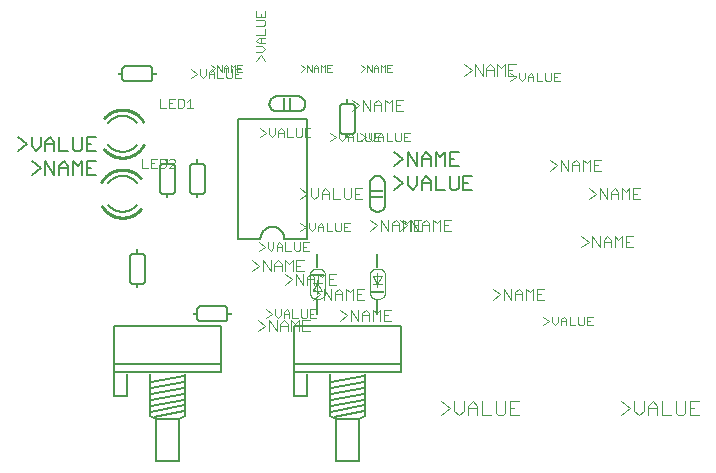
<source format=gto>
G75*
%MOIN*%
%OFA0B0*%
%FSLAX25Y25*%
%IPPOS*%
%LPD*%
%AMOC8*
5,1,8,0,0,1.08239X$1,22.5*
%
%ADD10C,0.00500*%
%ADD11C,0.00300*%
%ADD12R,0.04000X0.01000*%
%ADD13C,0.00400*%
%ADD14R,0.05000X0.01000*%
%ADD15R,0.00800X0.02200*%
%ADD16C,0.00600*%
%ADD17C,0.01000*%
%ADD18R,0.01000X0.01500*%
%ADD19R,0.01500X0.01000*%
%ADD20C,0.00800*%
%ADD21C,0.00200*%
%ADD22R,0.01000X0.04000*%
D10*
X0144627Y0050337D02*
X0144627Y0052837D01*
X0164627Y0052837D02*
X0164627Y0050337D01*
X0164627Y0067837D02*
X0164627Y0070337D01*
X0144627Y0070337D02*
X0144627Y0067837D01*
X0162127Y0086837D02*
X0162127Y0093837D01*
X0164627Y0096337D02*
X0164725Y0096335D01*
X0164823Y0096329D01*
X0164921Y0096320D01*
X0165018Y0096306D01*
X0165115Y0096289D01*
X0165211Y0096268D01*
X0165306Y0096243D01*
X0165400Y0096215D01*
X0165492Y0096182D01*
X0165584Y0096147D01*
X0165674Y0096107D01*
X0165762Y0096065D01*
X0165849Y0096018D01*
X0165933Y0095969D01*
X0166016Y0095916D01*
X0166096Y0095860D01*
X0166175Y0095800D01*
X0166251Y0095738D01*
X0166324Y0095673D01*
X0166395Y0095605D01*
X0166463Y0095534D01*
X0166528Y0095461D01*
X0166590Y0095385D01*
X0166650Y0095306D01*
X0166706Y0095226D01*
X0166759Y0095143D01*
X0166808Y0095059D01*
X0166855Y0094972D01*
X0166897Y0094884D01*
X0166937Y0094794D01*
X0166972Y0094702D01*
X0167005Y0094610D01*
X0167033Y0094516D01*
X0167058Y0094421D01*
X0167079Y0094325D01*
X0167096Y0094228D01*
X0167110Y0094131D01*
X0167119Y0094033D01*
X0167125Y0093935D01*
X0167127Y0093837D01*
X0167127Y0086837D01*
X0164627Y0084337D02*
X0164529Y0084339D01*
X0164431Y0084345D01*
X0164333Y0084354D01*
X0164236Y0084368D01*
X0164139Y0084385D01*
X0164043Y0084406D01*
X0163948Y0084431D01*
X0163854Y0084459D01*
X0163762Y0084492D01*
X0163670Y0084527D01*
X0163580Y0084567D01*
X0163492Y0084609D01*
X0163405Y0084656D01*
X0163321Y0084705D01*
X0163238Y0084758D01*
X0163158Y0084814D01*
X0163079Y0084874D01*
X0163003Y0084936D01*
X0162930Y0085001D01*
X0162859Y0085069D01*
X0162791Y0085140D01*
X0162726Y0085213D01*
X0162664Y0085289D01*
X0162604Y0085368D01*
X0162548Y0085448D01*
X0162495Y0085531D01*
X0162446Y0085615D01*
X0162399Y0085702D01*
X0162357Y0085790D01*
X0162317Y0085880D01*
X0162282Y0085972D01*
X0162249Y0086064D01*
X0162221Y0086158D01*
X0162196Y0086253D01*
X0162175Y0086349D01*
X0162158Y0086446D01*
X0162144Y0086543D01*
X0162135Y0086641D01*
X0162129Y0086739D01*
X0162127Y0086837D01*
X0164627Y0084337D02*
X0164725Y0084339D01*
X0164823Y0084345D01*
X0164921Y0084354D01*
X0165018Y0084368D01*
X0165115Y0084385D01*
X0165211Y0084406D01*
X0165306Y0084431D01*
X0165400Y0084459D01*
X0165492Y0084492D01*
X0165584Y0084527D01*
X0165674Y0084567D01*
X0165762Y0084609D01*
X0165849Y0084656D01*
X0165933Y0084705D01*
X0166016Y0084758D01*
X0166096Y0084814D01*
X0166175Y0084874D01*
X0166251Y0084936D01*
X0166324Y0085001D01*
X0166395Y0085069D01*
X0166463Y0085140D01*
X0166528Y0085213D01*
X0166590Y0085289D01*
X0166650Y0085368D01*
X0166706Y0085448D01*
X0166759Y0085531D01*
X0166808Y0085615D01*
X0166855Y0085702D01*
X0166897Y0085790D01*
X0166937Y0085880D01*
X0166972Y0085972D01*
X0167005Y0086064D01*
X0167033Y0086158D01*
X0167058Y0086253D01*
X0167079Y0086349D01*
X0167096Y0086446D01*
X0167110Y0086543D01*
X0167119Y0086641D01*
X0167125Y0086739D01*
X0167127Y0086837D01*
X0170247Y0091587D02*
X0173250Y0093839D01*
X0170247Y0096091D01*
X0174851Y0096091D02*
X0174851Y0093088D01*
X0176352Y0091587D01*
X0177854Y0093088D01*
X0177854Y0096091D01*
X0179455Y0094590D02*
X0180956Y0096091D01*
X0182458Y0094590D01*
X0182458Y0091587D01*
X0184059Y0091587D02*
X0187062Y0091587D01*
X0188663Y0092338D02*
X0189414Y0091587D01*
X0190915Y0091587D01*
X0191666Y0092338D01*
X0191666Y0096091D01*
X0193267Y0096091D02*
X0193267Y0091587D01*
X0196269Y0091587D01*
X0194768Y0093839D02*
X0193267Y0093839D01*
X0193267Y0096091D02*
X0196269Y0096091D01*
X0191666Y0099587D02*
X0188663Y0099587D01*
X0188663Y0104091D01*
X0191666Y0104091D01*
X0190164Y0101839D02*
X0188663Y0101839D01*
X0187062Y0104091D02*
X0187062Y0099587D01*
X0184059Y0099587D02*
X0184059Y0104091D01*
X0185560Y0102590D01*
X0187062Y0104091D01*
X0182458Y0102590D02*
X0182458Y0099587D01*
X0182458Y0101839D02*
X0179455Y0101839D01*
X0179455Y0102590D02*
X0179455Y0099587D01*
X0177854Y0099587D02*
X0177854Y0104091D01*
X0179455Y0102590D02*
X0180956Y0104091D01*
X0182458Y0102590D01*
X0177854Y0099587D02*
X0174851Y0104091D01*
X0174851Y0099587D01*
X0173250Y0101839D02*
X0170247Y0099587D01*
X0173250Y0101839D02*
X0170247Y0104091D01*
X0184059Y0096091D02*
X0184059Y0091587D01*
X0182458Y0093839D02*
X0179455Y0093839D01*
X0179455Y0094590D02*
X0179455Y0091587D01*
X0188663Y0092338D02*
X0188663Y0096091D01*
X0164627Y0096337D02*
X0164529Y0096335D01*
X0164431Y0096329D01*
X0164333Y0096320D01*
X0164236Y0096306D01*
X0164139Y0096289D01*
X0164043Y0096268D01*
X0163948Y0096243D01*
X0163854Y0096215D01*
X0163762Y0096182D01*
X0163670Y0096147D01*
X0163580Y0096107D01*
X0163492Y0096065D01*
X0163405Y0096018D01*
X0163321Y0095969D01*
X0163238Y0095916D01*
X0163158Y0095860D01*
X0163079Y0095800D01*
X0163003Y0095738D01*
X0162930Y0095673D01*
X0162859Y0095605D01*
X0162791Y0095534D01*
X0162726Y0095461D01*
X0162664Y0095385D01*
X0162604Y0095306D01*
X0162548Y0095226D01*
X0162495Y0095143D01*
X0162446Y0095059D01*
X0162399Y0094972D01*
X0162357Y0094884D01*
X0162317Y0094794D01*
X0162282Y0094702D01*
X0162249Y0094610D01*
X0162221Y0094516D01*
X0162196Y0094421D01*
X0162175Y0094325D01*
X0162158Y0094228D01*
X0162144Y0094131D01*
X0162135Y0094033D01*
X0162129Y0093935D01*
X0162127Y0093837D01*
X0164627Y0096337D02*
X0164725Y0096335D01*
X0164823Y0096329D01*
X0164921Y0096320D01*
X0165018Y0096306D01*
X0165115Y0096289D01*
X0165211Y0096268D01*
X0165306Y0096243D01*
X0165400Y0096215D01*
X0165492Y0096182D01*
X0165584Y0096147D01*
X0165674Y0096107D01*
X0165762Y0096065D01*
X0165849Y0096018D01*
X0165933Y0095969D01*
X0166016Y0095916D01*
X0166096Y0095860D01*
X0166175Y0095800D01*
X0166251Y0095738D01*
X0166324Y0095673D01*
X0166395Y0095605D01*
X0166463Y0095534D01*
X0166528Y0095461D01*
X0166590Y0095385D01*
X0166650Y0095306D01*
X0166706Y0095226D01*
X0166759Y0095143D01*
X0166808Y0095059D01*
X0166855Y0094972D01*
X0166897Y0094884D01*
X0166937Y0094794D01*
X0166972Y0094702D01*
X0167005Y0094610D01*
X0167033Y0094516D01*
X0167058Y0094421D01*
X0167079Y0094325D01*
X0167096Y0094228D01*
X0167110Y0094131D01*
X0167119Y0094033D01*
X0167125Y0093935D01*
X0167127Y0093837D01*
X0138127Y0117837D02*
X0131127Y0117837D01*
X0128627Y0120337D02*
X0128629Y0120435D01*
X0128635Y0120533D01*
X0128644Y0120631D01*
X0128658Y0120728D01*
X0128675Y0120825D01*
X0128696Y0120921D01*
X0128721Y0121016D01*
X0128749Y0121110D01*
X0128782Y0121202D01*
X0128817Y0121294D01*
X0128857Y0121384D01*
X0128899Y0121472D01*
X0128946Y0121559D01*
X0128995Y0121643D01*
X0129048Y0121726D01*
X0129104Y0121806D01*
X0129164Y0121885D01*
X0129226Y0121961D01*
X0129291Y0122034D01*
X0129359Y0122105D01*
X0129430Y0122173D01*
X0129503Y0122238D01*
X0129579Y0122300D01*
X0129658Y0122360D01*
X0129738Y0122416D01*
X0129821Y0122469D01*
X0129905Y0122518D01*
X0129992Y0122565D01*
X0130080Y0122607D01*
X0130170Y0122647D01*
X0130262Y0122682D01*
X0130354Y0122715D01*
X0130448Y0122743D01*
X0130543Y0122768D01*
X0130639Y0122789D01*
X0130736Y0122806D01*
X0130833Y0122820D01*
X0130931Y0122829D01*
X0131029Y0122835D01*
X0131127Y0122837D01*
X0138127Y0122837D01*
X0140627Y0120337D02*
X0140625Y0120239D01*
X0140619Y0120141D01*
X0140610Y0120043D01*
X0140596Y0119946D01*
X0140579Y0119849D01*
X0140558Y0119753D01*
X0140533Y0119658D01*
X0140505Y0119564D01*
X0140472Y0119472D01*
X0140437Y0119380D01*
X0140397Y0119290D01*
X0140355Y0119202D01*
X0140308Y0119115D01*
X0140259Y0119031D01*
X0140206Y0118948D01*
X0140150Y0118868D01*
X0140090Y0118789D01*
X0140028Y0118713D01*
X0139963Y0118640D01*
X0139895Y0118569D01*
X0139824Y0118501D01*
X0139751Y0118436D01*
X0139675Y0118374D01*
X0139596Y0118314D01*
X0139516Y0118258D01*
X0139433Y0118205D01*
X0139349Y0118156D01*
X0139262Y0118109D01*
X0139174Y0118067D01*
X0139084Y0118027D01*
X0138992Y0117992D01*
X0138900Y0117959D01*
X0138806Y0117931D01*
X0138711Y0117906D01*
X0138615Y0117885D01*
X0138518Y0117868D01*
X0138421Y0117854D01*
X0138323Y0117845D01*
X0138225Y0117839D01*
X0138127Y0117837D01*
X0140627Y0120337D02*
X0140625Y0120435D01*
X0140619Y0120533D01*
X0140610Y0120631D01*
X0140596Y0120728D01*
X0140579Y0120825D01*
X0140558Y0120921D01*
X0140533Y0121016D01*
X0140505Y0121110D01*
X0140472Y0121202D01*
X0140437Y0121294D01*
X0140397Y0121384D01*
X0140355Y0121472D01*
X0140308Y0121559D01*
X0140259Y0121643D01*
X0140206Y0121726D01*
X0140150Y0121806D01*
X0140090Y0121885D01*
X0140028Y0121961D01*
X0139963Y0122034D01*
X0139895Y0122105D01*
X0139824Y0122173D01*
X0139751Y0122238D01*
X0139675Y0122300D01*
X0139596Y0122360D01*
X0139516Y0122416D01*
X0139433Y0122469D01*
X0139349Y0122518D01*
X0139262Y0122565D01*
X0139174Y0122607D01*
X0139084Y0122647D01*
X0138992Y0122682D01*
X0138900Y0122715D01*
X0138806Y0122743D01*
X0138711Y0122768D01*
X0138615Y0122789D01*
X0138518Y0122806D01*
X0138421Y0122820D01*
X0138323Y0122829D01*
X0138225Y0122835D01*
X0138127Y0122837D01*
X0131127Y0117837D02*
X0131029Y0117839D01*
X0130931Y0117845D01*
X0130833Y0117854D01*
X0130736Y0117868D01*
X0130639Y0117885D01*
X0130543Y0117906D01*
X0130448Y0117931D01*
X0130354Y0117959D01*
X0130262Y0117992D01*
X0130170Y0118027D01*
X0130080Y0118067D01*
X0129992Y0118109D01*
X0129905Y0118156D01*
X0129821Y0118205D01*
X0129738Y0118258D01*
X0129658Y0118314D01*
X0129579Y0118374D01*
X0129503Y0118436D01*
X0129430Y0118501D01*
X0129359Y0118569D01*
X0129291Y0118640D01*
X0129226Y0118713D01*
X0129164Y0118789D01*
X0129104Y0118868D01*
X0129048Y0118948D01*
X0128995Y0119031D01*
X0128946Y0119115D01*
X0128899Y0119202D01*
X0128857Y0119290D01*
X0128817Y0119380D01*
X0128782Y0119472D01*
X0128749Y0119564D01*
X0128721Y0119658D01*
X0128696Y0119753D01*
X0128675Y0119849D01*
X0128658Y0119946D01*
X0128644Y0120043D01*
X0128635Y0120141D01*
X0128629Y0120239D01*
X0128627Y0120337D01*
X0128629Y0120435D01*
X0128635Y0120533D01*
X0128644Y0120631D01*
X0128658Y0120728D01*
X0128675Y0120825D01*
X0128696Y0120921D01*
X0128721Y0121016D01*
X0128749Y0121110D01*
X0128782Y0121202D01*
X0128817Y0121294D01*
X0128857Y0121384D01*
X0128899Y0121472D01*
X0128946Y0121559D01*
X0128995Y0121643D01*
X0129048Y0121726D01*
X0129104Y0121806D01*
X0129164Y0121885D01*
X0129226Y0121961D01*
X0129291Y0122034D01*
X0129359Y0122105D01*
X0129430Y0122173D01*
X0129503Y0122238D01*
X0129579Y0122300D01*
X0129658Y0122360D01*
X0129738Y0122416D01*
X0129821Y0122469D01*
X0129905Y0122518D01*
X0129992Y0122565D01*
X0130080Y0122607D01*
X0130170Y0122647D01*
X0130262Y0122682D01*
X0130354Y0122715D01*
X0130448Y0122743D01*
X0130543Y0122768D01*
X0130639Y0122789D01*
X0130736Y0122806D01*
X0130833Y0122820D01*
X0130931Y0122829D01*
X0131029Y0122835D01*
X0131127Y0122837D01*
X0089627Y0128837D02*
X0089627Y0131837D01*
X0089625Y0131897D01*
X0089620Y0131958D01*
X0089611Y0132017D01*
X0089598Y0132076D01*
X0089582Y0132135D01*
X0089562Y0132192D01*
X0089539Y0132247D01*
X0089512Y0132302D01*
X0089483Y0132354D01*
X0089450Y0132405D01*
X0089414Y0132454D01*
X0089376Y0132500D01*
X0089334Y0132544D01*
X0089290Y0132586D01*
X0089244Y0132624D01*
X0089195Y0132660D01*
X0089144Y0132693D01*
X0089092Y0132722D01*
X0089037Y0132749D01*
X0088982Y0132772D01*
X0088925Y0132792D01*
X0088866Y0132808D01*
X0088807Y0132821D01*
X0088748Y0132830D01*
X0088687Y0132835D01*
X0088627Y0132837D01*
X0080627Y0132837D01*
X0080567Y0132835D01*
X0080506Y0132830D01*
X0080447Y0132821D01*
X0080388Y0132808D01*
X0080329Y0132792D01*
X0080272Y0132772D01*
X0080217Y0132749D01*
X0080162Y0132722D01*
X0080110Y0132693D01*
X0080059Y0132660D01*
X0080010Y0132624D01*
X0079964Y0132586D01*
X0079920Y0132544D01*
X0079878Y0132500D01*
X0079840Y0132454D01*
X0079804Y0132405D01*
X0079771Y0132354D01*
X0079742Y0132302D01*
X0079715Y0132247D01*
X0079692Y0132192D01*
X0079672Y0132135D01*
X0079656Y0132076D01*
X0079643Y0132017D01*
X0079634Y0131958D01*
X0079629Y0131897D01*
X0079627Y0131837D01*
X0079627Y0128837D01*
X0079629Y0128777D01*
X0079634Y0128716D01*
X0079643Y0128657D01*
X0079656Y0128598D01*
X0079672Y0128539D01*
X0079692Y0128482D01*
X0079715Y0128427D01*
X0079742Y0128372D01*
X0079771Y0128320D01*
X0079804Y0128269D01*
X0079840Y0128220D01*
X0079878Y0128174D01*
X0079920Y0128130D01*
X0079964Y0128088D01*
X0080010Y0128050D01*
X0080059Y0128014D01*
X0080110Y0127981D01*
X0080162Y0127952D01*
X0080217Y0127925D01*
X0080272Y0127902D01*
X0080329Y0127882D01*
X0080388Y0127866D01*
X0080447Y0127853D01*
X0080506Y0127844D01*
X0080567Y0127839D01*
X0080627Y0127837D01*
X0088627Y0127837D01*
X0088687Y0127839D01*
X0088748Y0127844D01*
X0088807Y0127853D01*
X0088866Y0127866D01*
X0088925Y0127882D01*
X0088982Y0127902D01*
X0089037Y0127925D01*
X0089092Y0127952D01*
X0089144Y0127981D01*
X0089195Y0128014D01*
X0089244Y0128050D01*
X0089290Y0128088D01*
X0089334Y0128130D01*
X0089376Y0128174D01*
X0089414Y0128220D01*
X0089450Y0128269D01*
X0089483Y0128320D01*
X0089512Y0128372D01*
X0089539Y0128427D01*
X0089562Y0128482D01*
X0089582Y0128539D01*
X0089598Y0128598D01*
X0089611Y0128657D01*
X0089620Y0128716D01*
X0089625Y0128777D01*
X0089627Y0128837D01*
X0070775Y0109091D02*
X0067772Y0109091D01*
X0067772Y0104587D01*
X0070775Y0104587D01*
X0069274Y0106839D02*
X0067772Y0106839D01*
X0066171Y0105338D02*
X0066171Y0109091D01*
X0063169Y0109091D02*
X0063169Y0105338D01*
X0063919Y0104587D01*
X0065420Y0104587D01*
X0066171Y0105338D01*
X0066171Y0101091D02*
X0066171Y0096587D01*
X0067772Y0096587D02*
X0070775Y0096587D01*
X0069274Y0098839D02*
X0067772Y0098839D01*
X0067772Y0101091D02*
X0067772Y0096587D01*
X0064670Y0099590D02*
X0066171Y0101091D01*
X0067772Y0101091D02*
X0070775Y0101091D01*
X0064670Y0099590D02*
X0063169Y0101091D01*
X0063169Y0096587D01*
X0061567Y0096587D02*
X0061567Y0099590D01*
X0060066Y0101091D01*
X0058565Y0099590D01*
X0058565Y0096587D01*
X0056963Y0096587D02*
X0056963Y0101091D01*
X0058565Y0098839D02*
X0061567Y0098839D01*
X0056963Y0096587D02*
X0053961Y0101091D01*
X0053961Y0096587D01*
X0052359Y0098839D02*
X0049357Y0096587D01*
X0052359Y0098839D02*
X0049357Y0101091D01*
X0050858Y0104587D02*
X0052359Y0106088D01*
X0052359Y0109091D01*
X0053961Y0107590D02*
X0055462Y0109091D01*
X0056963Y0107590D01*
X0056963Y0104587D01*
X0058565Y0104587D02*
X0061567Y0104587D01*
X0058565Y0104587D02*
X0058565Y0109091D01*
X0056963Y0106839D02*
X0053961Y0106839D01*
X0053961Y0107590D02*
X0053961Y0104587D01*
X0050858Y0104587D02*
X0049357Y0106088D01*
X0049357Y0109091D01*
X0047755Y0106839D02*
X0044753Y0104587D01*
X0047755Y0106839D02*
X0044753Y0109091D01*
D11*
X0086277Y0101889D02*
X0086277Y0098987D01*
X0088212Y0098987D01*
X0089223Y0098987D02*
X0091158Y0098987D01*
X0092170Y0098987D02*
X0093621Y0098987D01*
X0094105Y0099471D01*
X0094105Y0101406D01*
X0093621Y0101889D01*
X0092170Y0101889D01*
X0092170Y0098987D01*
X0090191Y0100438D02*
X0089223Y0100438D01*
X0089223Y0101889D02*
X0089223Y0098987D01*
X0089223Y0101889D02*
X0091158Y0101889D01*
X0095116Y0101406D02*
X0095600Y0101889D01*
X0096567Y0101889D01*
X0097051Y0101406D01*
X0097051Y0100922D01*
X0095116Y0098987D01*
X0097051Y0098987D01*
X0125598Y0109237D02*
X0127533Y0110688D01*
X0125598Y0112139D01*
X0128544Y0112139D02*
X0128544Y0110204D01*
X0129512Y0109237D01*
X0130479Y0110204D01*
X0130479Y0112139D01*
X0131491Y0111172D02*
X0132458Y0112139D01*
X0133426Y0111172D01*
X0133426Y0109237D01*
X0134437Y0109237D02*
X0136372Y0109237D01*
X0137384Y0109721D02*
X0137867Y0109237D01*
X0138835Y0109237D01*
X0139319Y0109721D01*
X0139319Y0112139D01*
X0140330Y0112139D02*
X0140330Y0109237D01*
X0142265Y0109237D01*
X0141298Y0110688D02*
X0140330Y0110688D01*
X0140330Y0112139D02*
X0142265Y0112139D01*
X0137384Y0112139D02*
X0137384Y0109721D01*
X0134437Y0109237D02*
X0134437Y0112139D01*
X0133426Y0110688D02*
X0131491Y0110688D01*
X0131491Y0111172D02*
X0131491Y0109237D01*
X0148814Y0107787D02*
X0150749Y0109238D01*
X0148814Y0110689D01*
X0151760Y0110689D02*
X0151760Y0108754D01*
X0152728Y0107787D01*
X0153695Y0108754D01*
X0153695Y0110689D01*
X0154707Y0109722D02*
X0155674Y0110689D01*
X0156642Y0109722D01*
X0156642Y0107787D01*
X0157654Y0107787D02*
X0159588Y0107787D01*
X0158814Y0107787D02*
X0160749Y0109238D01*
X0158814Y0110689D01*
X0157654Y0110689D02*
X0157654Y0107787D01*
X0156642Y0109238D02*
X0154707Y0109238D01*
X0154707Y0109722D02*
X0154707Y0107787D01*
X0160600Y0108271D02*
X0161084Y0107787D01*
X0162051Y0107787D01*
X0162535Y0108271D01*
X0162535Y0110689D01*
X0161760Y0110689D02*
X0161760Y0108754D01*
X0162728Y0107787D01*
X0163695Y0108754D01*
X0163695Y0110689D01*
X0163547Y0110689D02*
X0163547Y0107787D01*
X0165482Y0107787D01*
X0164707Y0107787D02*
X0164707Y0109722D01*
X0165674Y0110689D01*
X0166642Y0109722D01*
X0166642Y0107787D01*
X0167654Y0107787D02*
X0169588Y0107787D01*
X0170600Y0108271D02*
X0171084Y0107787D01*
X0172051Y0107787D01*
X0172535Y0108271D01*
X0172535Y0110689D01*
X0173547Y0110689D02*
X0173547Y0107787D01*
X0175482Y0107787D01*
X0174514Y0109238D02*
X0173547Y0109238D01*
X0173547Y0110689D02*
X0175482Y0110689D01*
X0170600Y0110689D02*
X0170600Y0108271D01*
X0167654Y0107787D02*
X0167654Y0110689D01*
X0166642Y0109238D02*
X0164707Y0109238D01*
X0164514Y0109238D02*
X0163547Y0109238D01*
X0163547Y0110689D02*
X0165482Y0110689D01*
X0160600Y0110689D02*
X0160600Y0108271D01*
X0159562Y0092190D02*
X0157093Y0092190D01*
X0157093Y0088487D01*
X0159562Y0088487D01*
X0158328Y0090339D02*
X0157093Y0090339D01*
X0155879Y0089104D02*
X0155879Y0092190D01*
X0153410Y0092190D02*
X0153410Y0089104D01*
X0154027Y0088487D01*
X0155262Y0088487D01*
X0155879Y0089104D01*
X0152196Y0088487D02*
X0149727Y0088487D01*
X0149727Y0092190D01*
X0148513Y0090956D02*
X0148513Y0088487D01*
X0148513Y0090339D02*
X0146044Y0090339D01*
X0146044Y0090956D02*
X0146044Y0088487D01*
X0144830Y0089721D02*
X0144830Y0092190D01*
X0146044Y0090956D02*
X0147278Y0092190D01*
X0148513Y0090956D01*
X0144830Y0089721D02*
X0143595Y0088487D01*
X0142361Y0089721D01*
X0142361Y0092190D01*
X0141146Y0090339D02*
X0138678Y0088487D01*
X0141146Y0090339D02*
X0138678Y0092190D01*
X0138814Y0080689D02*
X0140749Y0079238D01*
X0138814Y0077787D01*
X0141760Y0078754D02*
X0142728Y0077787D01*
X0143695Y0078754D01*
X0143695Y0080689D01*
X0144707Y0079722D02*
X0145674Y0080689D01*
X0146642Y0079722D01*
X0146642Y0077787D01*
X0147654Y0077787D02*
X0149588Y0077787D01*
X0150600Y0078271D02*
X0151084Y0077787D01*
X0152051Y0077787D01*
X0152535Y0078271D01*
X0152535Y0080689D01*
X0153547Y0080689D02*
X0153547Y0077787D01*
X0155482Y0077787D01*
X0154514Y0079238D02*
X0153547Y0079238D01*
X0153547Y0080689D02*
X0155482Y0080689D01*
X0150600Y0080689D02*
X0150600Y0078271D01*
X0147654Y0077787D02*
X0147654Y0080689D01*
X0146642Y0079238D02*
X0144707Y0079238D01*
X0144707Y0079722D02*
X0144707Y0077787D01*
X0141760Y0078754D02*
X0141760Y0080689D01*
X0141765Y0074189D02*
X0139830Y0074189D01*
X0139830Y0071287D01*
X0141765Y0071287D01*
X0140798Y0072738D02*
X0139830Y0072738D01*
X0138819Y0071771D02*
X0138819Y0074189D01*
X0136884Y0074189D02*
X0136884Y0071771D01*
X0137367Y0071287D01*
X0138335Y0071287D01*
X0138819Y0071771D01*
X0135872Y0071287D02*
X0133937Y0071287D01*
X0133937Y0074189D01*
X0132926Y0073222D02*
X0132926Y0071287D01*
X0132926Y0072738D02*
X0130991Y0072738D01*
X0130991Y0073222D02*
X0130991Y0071287D01*
X0129979Y0072254D02*
X0129979Y0074189D01*
X0130991Y0073222D02*
X0131958Y0074189D01*
X0132926Y0073222D01*
X0129979Y0072254D02*
X0129012Y0071287D01*
X0128044Y0072254D01*
X0128044Y0074189D01*
X0127033Y0072738D02*
X0125098Y0071287D01*
X0127033Y0072738D02*
X0125098Y0074189D01*
X0144627Y0061587D02*
X0144627Y0060587D01*
X0143127Y0060587D01*
X0144627Y0060587D02*
X0146127Y0060587D01*
X0144627Y0060587D02*
X0146127Y0057837D01*
X0143127Y0057837D01*
X0144627Y0060587D01*
X0144627Y0056837D01*
X0145542Y0056839D02*
X0143073Y0054987D01*
X0145542Y0056839D02*
X0143073Y0058690D01*
X0146756Y0058690D02*
X0149225Y0054987D01*
X0149225Y0058690D01*
X0150440Y0057456D02*
X0151674Y0058690D01*
X0152908Y0057456D01*
X0152908Y0054987D01*
X0154123Y0054987D02*
X0154123Y0058690D01*
X0155357Y0057456D01*
X0156591Y0058690D01*
X0156591Y0054987D01*
X0157806Y0054987D02*
X0160275Y0054987D01*
X0159040Y0056839D02*
X0157806Y0056839D01*
X0157806Y0058690D02*
X0157806Y0054987D01*
X0152908Y0056839D02*
X0150440Y0056839D01*
X0150440Y0057456D02*
X0150440Y0054987D01*
X0146756Y0054987D02*
X0146756Y0058690D01*
X0144123Y0051789D02*
X0142188Y0051789D01*
X0142188Y0048887D01*
X0144123Y0048887D01*
X0143156Y0050338D02*
X0142188Y0050338D01*
X0141177Y0049371D02*
X0140693Y0048887D01*
X0139726Y0048887D01*
X0139242Y0049371D01*
X0139242Y0051789D01*
X0141177Y0051789D02*
X0141177Y0049371D01*
X0138230Y0048887D02*
X0136295Y0048887D01*
X0136295Y0051789D01*
X0135284Y0050822D02*
X0135284Y0048887D01*
X0135284Y0050338D02*
X0133349Y0050338D01*
X0133349Y0050822D02*
X0134316Y0051789D01*
X0135284Y0050822D01*
X0133349Y0050822D02*
X0133349Y0048887D01*
X0132337Y0049854D02*
X0132337Y0051789D01*
X0132337Y0049854D02*
X0131370Y0048887D01*
X0130402Y0049854D01*
X0130402Y0051789D01*
X0129391Y0050338D02*
X0127456Y0048887D01*
X0129391Y0050338D02*
X0127456Y0051789D01*
X0157806Y0058690D02*
X0160275Y0058690D01*
X0163127Y0060087D02*
X0164627Y0060087D01*
X0166127Y0060087D01*
X0164627Y0060087D02*
X0163127Y0062837D01*
X0166127Y0062837D01*
X0164627Y0060087D01*
X0164627Y0063837D01*
X0164627Y0060087D02*
X0164627Y0059087D01*
X0203073Y0058690D02*
X0205542Y0056839D01*
X0203073Y0054987D01*
X0206756Y0054987D02*
X0206756Y0058690D01*
X0209225Y0054987D01*
X0209225Y0058690D01*
X0210440Y0057456D02*
X0211674Y0058690D01*
X0212908Y0057456D01*
X0212908Y0054987D01*
X0214123Y0054987D02*
X0214123Y0058690D01*
X0215357Y0057456D01*
X0216591Y0058690D01*
X0216591Y0054987D01*
X0217806Y0054987D02*
X0220275Y0054987D01*
X0219040Y0056839D02*
X0217806Y0056839D01*
X0217806Y0058690D02*
X0217806Y0054987D01*
X0212908Y0056839D02*
X0210440Y0056839D01*
X0210440Y0057456D02*
X0210440Y0054987D01*
X0217806Y0058690D02*
X0220275Y0058690D01*
X0219814Y0049389D02*
X0221749Y0047938D01*
X0219814Y0046487D01*
X0222760Y0047454D02*
X0223728Y0046487D01*
X0224695Y0047454D01*
X0224695Y0049389D01*
X0225707Y0048422D02*
X0226674Y0049389D01*
X0227642Y0048422D01*
X0227642Y0046487D01*
X0228654Y0046487D02*
X0230588Y0046487D01*
X0231600Y0046971D02*
X0232084Y0046487D01*
X0233051Y0046487D01*
X0233535Y0046971D01*
X0233535Y0049389D01*
X0234547Y0049389D02*
X0234547Y0046487D01*
X0236482Y0046487D01*
X0235514Y0047938D02*
X0234547Y0047938D01*
X0234547Y0049389D02*
X0236482Y0049389D01*
X0231600Y0049389D02*
X0231600Y0046971D01*
X0228654Y0046487D02*
X0228654Y0049389D01*
X0227642Y0047938D02*
X0225707Y0047938D01*
X0225707Y0048422D02*
X0225707Y0046487D01*
X0222760Y0047454D02*
X0222760Y0049389D01*
X0235073Y0088487D02*
X0237542Y0090339D01*
X0235073Y0092190D01*
X0238756Y0092190D02*
X0241225Y0088487D01*
X0241225Y0092190D01*
X0242440Y0090956D02*
X0243674Y0092190D01*
X0244908Y0090956D01*
X0244908Y0088487D01*
X0246123Y0088487D02*
X0246123Y0092190D01*
X0247357Y0090956D01*
X0248591Y0092190D01*
X0248591Y0088487D01*
X0249806Y0088487D02*
X0252275Y0088487D01*
X0251040Y0090339D02*
X0249806Y0090339D01*
X0249806Y0092190D02*
X0249806Y0088487D01*
X0244908Y0090339D02*
X0242440Y0090339D01*
X0242440Y0090956D02*
X0242440Y0088487D01*
X0238756Y0088487D02*
X0238756Y0092190D01*
X0249806Y0092190D02*
X0252275Y0092190D01*
X0225482Y0127787D02*
X0223547Y0127787D01*
X0223547Y0130689D01*
X0225482Y0130689D01*
X0224514Y0129238D02*
X0223547Y0129238D01*
X0222535Y0128271D02*
X0222535Y0130689D01*
X0220600Y0130689D02*
X0220600Y0128271D01*
X0221084Y0127787D01*
X0222051Y0127787D01*
X0222535Y0128271D01*
X0219588Y0127787D02*
X0217654Y0127787D01*
X0217654Y0130689D01*
X0216642Y0129722D02*
X0216642Y0127787D01*
X0216642Y0129238D02*
X0214707Y0129238D01*
X0214707Y0129722D02*
X0215674Y0130689D01*
X0216642Y0129722D01*
X0214707Y0129722D02*
X0214707Y0127787D01*
X0213695Y0128754D02*
X0213695Y0130689D01*
X0211760Y0130689D02*
X0211760Y0128754D01*
X0212728Y0127787D01*
X0213695Y0128754D01*
X0210749Y0129238D02*
X0208814Y0127787D01*
X0208306Y0129737D02*
X0210775Y0129737D01*
X0210749Y0129238D02*
X0208814Y0130689D01*
X0208306Y0131589D02*
X0209540Y0131589D01*
X0208306Y0133440D02*
X0208306Y0129737D01*
X0207091Y0129737D02*
X0207091Y0133440D01*
X0205857Y0132206D01*
X0204623Y0133440D01*
X0204623Y0129737D01*
X0203408Y0129737D02*
X0203408Y0132206D01*
X0202174Y0133440D01*
X0200940Y0132206D01*
X0200940Y0129737D01*
X0199725Y0129737D02*
X0199725Y0133440D01*
X0197256Y0133440D02*
X0199725Y0129737D01*
X0200940Y0131589D02*
X0203408Y0131589D01*
X0208306Y0133440D02*
X0210775Y0133440D01*
X0197256Y0133440D02*
X0197256Y0129737D01*
X0196042Y0131589D02*
X0193573Y0129737D01*
X0196042Y0131589D02*
X0193573Y0133440D01*
X0127177Y0134524D02*
X0125725Y0136459D01*
X0124274Y0134524D01*
X0124274Y0137471D02*
X0126209Y0137471D01*
X0127177Y0138438D01*
X0126209Y0139406D01*
X0124274Y0139406D01*
X0125242Y0140417D02*
X0124274Y0141385D01*
X0125242Y0142352D01*
X0127177Y0142352D01*
X0127177Y0143364D02*
X0127177Y0145299D01*
X0126693Y0146310D02*
X0127177Y0146794D01*
X0127177Y0147762D01*
X0126693Y0148245D01*
X0124274Y0148245D01*
X0124274Y0149257D02*
X0127177Y0149257D01*
X0127177Y0151192D01*
X0125725Y0150224D02*
X0125725Y0149257D01*
X0124274Y0149257D02*
X0124274Y0151192D01*
X0124274Y0146310D02*
X0126693Y0146310D01*
X0127177Y0143364D02*
X0124274Y0143364D01*
X0125725Y0142352D02*
X0125725Y0140417D01*
X0125242Y0140417D02*
X0127177Y0140417D01*
X0119123Y0131789D02*
X0117188Y0131789D01*
X0117188Y0128887D01*
X0119123Y0128887D01*
X0118156Y0130338D02*
X0117188Y0130338D01*
X0116177Y0129371D02*
X0116177Y0131789D01*
X0114242Y0131789D02*
X0114242Y0129371D01*
X0114726Y0128887D01*
X0115693Y0128887D01*
X0116177Y0129371D01*
X0113230Y0128887D02*
X0111295Y0128887D01*
X0111295Y0131789D01*
X0110284Y0130822D02*
X0110284Y0128887D01*
X0110284Y0130338D02*
X0108349Y0130338D01*
X0108349Y0130822D02*
X0109316Y0131789D01*
X0110284Y0130822D01*
X0108349Y0130822D02*
X0108349Y0128887D01*
X0107337Y0129854D02*
X0107337Y0131789D01*
X0105402Y0131789D02*
X0105402Y0129854D01*
X0106370Y0128887D01*
X0107337Y0129854D01*
X0104391Y0130338D02*
X0102456Y0128887D01*
X0104391Y0130338D02*
X0102456Y0131789D01*
X0102084Y0121889D02*
X0102084Y0118987D01*
X0103051Y0118987D02*
X0101116Y0118987D01*
X0100105Y0119471D02*
X0100105Y0121406D01*
X0099621Y0121889D01*
X0098170Y0121889D01*
X0098170Y0118987D01*
X0099621Y0118987D01*
X0100105Y0119471D01*
X0101116Y0120922D02*
X0102084Y0121889D01*
X0097158Y0121889D02*
X0095223Y0121889D01*
X0095223Y0118987D01*
X0097158Y0118987D01*
X0096191Y0120438D02*
X0095223Y0120438D01*
X0094212Y0118987D02*
X0092277Y0118987D01*
X0092277Y0121889D01*
D12*
X0164627Y0091337D03*
X0164627Y0089337D03*
D13*
X0165806Y0081640D02*
X0168208Y0078037D01*
X0168208Y0081640D01*
X0169490Y0080439D02*
X0170691Y0081640D01*
X0171892Y0080439D01*
X0171892Y0078037D01*
X0172123Y0078037D02*
X0174525Y0079839D01*
X0172123Y0081640D01*
X0173173Y0081640D02*
X0174374Y0080439D01*
X0175575Y0081640D01*
X0175575Y0078037D01*
X0175806Y0078037D02*
X0175806Y0081640D01*
X0178208Y0078037D01*
X0178208Y0081640D01*
X0179258Y0081640D02*
X0176856Y0081640D01*
X0176856Y0078037D01*
X0179258Y0078037D01*
X0179490Y0078037D02*
X0179490Y0080439D01*
X0180691Y0081640D01*
X0181892Y0080439D01*
X0181892Y0078037D01*
X0183173Y0078037D02*
X0183173Y0081640D01*
X0184374Y0080439D01*
X0185575Y0081640D01*
X0185575Y0078037D01*
X0186856Y0078037D02*
X0189258Y0078037D01*
X0188057Y0079839D02*
X0186856Y0079839D01*
X0186856Y0081640D02*
X0186856Y0078037D01*
X0186856Y0081640D02*
X0189258Y0081640D01*
X0181892Y0079839D02*
X0179490Y0079839D01*
X0178057Y0079839D02*
X0176856Y0079839D01*
X0173173Y0081640D02*
X0173173Y0078037D01*
X0171892Y0079839D02*
X0169490Y0079839D01*
X0169490Y0080439D02*
X0169490Y0078037D01*
X0165806Y0078037D02*
X0165806Y0081640D01*
X0164525Y0079839D02*
X0162123Y0078037D01*
X0164525Y0079839D02*
X0162123Y0081640D01*
X0140045Y0068140D02*
X0137643Y0068140D01*
X0137643Y0064537D01*
X0140045Y0064537D01*
X0139852Y0063640D02*
X0139852Y0060037D01*
X0137450Y0063640D01*
X0137450Y0060037D01*
X0136169Y0061839D02*
X0133767Y0060037D01*
X0136169Y0061839D02*
X0133767Y0063640D01*
X0133960Y0064537D02*
X0133960Y0068140D01*
X0135161Y0066939D01*
X0136362Y0068140D01*
X0136362Y0064537D01*
X0137643Y0066339D02*
X0138844Y0066339D01*
X0142334Y0063640D02*
X0143535Y0062439D01*
X0143535Y0060037D01*
X0144816Y0060037D02*
X0144816Y0063640D01*
X0146017Y0062439D01*
X0147219Y0063640D01*
X0147219Y0060037D01*
X0148500Y0060037D02*
X0150902Y0060037D01*
X0149701Y0061839D02*
X0148500Y0061839D01*
X0148500Y0063640D02*
X0148500Y0060037D01*
X0147127Y0057337D02*
X0147127Y0063337D01*
X0148500Y0063640D02*
X0150902Y0063640D01*
X0147127Y0063337D02*
X0147125Y0063424D01*
X0147119Y0063511D01*
X0147110Y0063598D01*
X0147097Y0063684D01*
X0147080Y0063770D01*
X0147059Y0063855D01*
X0147034Y0063938D01*
X0147006Y0064021D01*
X0146975Y0064102D01*
X0146940Y0064182D01*
X0146901Y0064260D01*
X0146859Y0064337D01*
X0146814Y0064412D01*
X0146765Y0064484D01*
X0146714Y0064555D01*
X0146659Y0064623D01*
X0146602Y0064688D01*
X0146541Y0064751D01*
X0146478Y0064812D01*
X0146413Y0064869D01*
X0146345Y0064924D01*
X0146274Y0064975D01*
X0146202Y0065024D01*
X0146127Y0065069D01*
X0146050Y0065111D01*
X0145972Y0065150D01*
X0145892Y0065185D01*
X0145811Y0065216D01*
X0145728Y0065244D01*
X0145645Y0065269D01*
X0145560Y0065290D01*
X0145474Y0065307D01*
X0145388Y0065320D01*
X0145301Y0065329D01*
X0145214Y0065335D01*
X0145127Y0065337D01*
X0144127Y0065337D01*
X0144040Y0065335D01*
X0143953Y0065329D01*
X0143866Y0065320D01*
X0143780Y0065307D01*
X0143694Y0065290D01*
X0143609Y0065269D01*
X0143526Y0065244D01*
X0143443Y0065216D01*
X0143362Y0065185D01*
X0143282Y0065150D01*
X0143204Y0065111D01*
X0143127Y0065069D01*
X0143052Y0065024D01*
X0142980Y0064975D01*
X0142909Y0064924D01*
X0142841Y0064869D01*
X0142776Y0064812D01*
X0142713Y0064751D01*
X0142652Y0064688D01*
X0142595Y0064623D01*
X0142540Y0064555D01*
X0142489Y0064484D01*
X0142440Y0064412D01*
X0142395Y0064337D01*
X0142353Y0064260D01*
X0142314Y0064182D01*
X0142279Y0064102D01*
X0142248Y0064021D01*
X0142220Y0063938D01*
X0142195Y0063855D01*
X0142174Y0063770D01*
X0142157Y0063684D01*
X0142144Y0063598D01*
X0142135Y0063511D01*
X0142129Y0063424D01*
X0142127Y0063337D01*
X0142127Y0057337D01*
X0142129Y0057250D01*
X0142135Y0057163D01*
X0142144Y0057076D01*
X0142157Y0056990D01*
X0142174Y0056904D01*
X0142195Y0056819D01*
X0142220Y0056736D01*
X0142248Y0056653D01*
X0142279Y0056572D01*
X0142314Y0056492D01*
X0142353Y0056414D01*
X0142395Y0056337D01*
X0142440Y0056262D01*
X0142489Y0056190D01*
X0142540Y0056119D01*
X0142595Y0056051D01*
X0142652Y0055986D01*
X0142713Y0055923D01*
X0142776Y0055862D01*
X0142841Y0055805D01*
X0142909Y0055750D01*
X0142980Y0055699D01*
X0143052Y0055650D01*
X0143127Y0055605D01*
X0143204Y0055563D01*
X0143282Y0055524D01*
X0143362Y0055489D01*
X0143443Y0055458D01*
X0143526Y0055430D01*
X0143609Y0055405D01*
X0143694Y0055384D01*
X0143780Y0055367D01*
X0143866Y0055354D01*
X0143953Y0055345D01*
X0144040Y0055339D01*
X0144127Y0055337D01*
X0145127Y0055337D01*
X0145214Y0055339D01*
X0145301Y0055345D01*
X0145388Y0055354D01*
X0145474Y0055367D01*
X0145560Y0055384D01*
X0145645Y0055405D01*
X0145728Y0055430D01*
X0145811Y0055458D01*
X0145892Y0055489D01*
X0145972Y0055524D01*
X0146050Y0055563D01*
X0146127Y0055605D01*
X0146202Y0055650D01*
X0146274Y0055699D01*
X0146345Y0055750D01*
X0146413Y0055805D01*
X0146478Y0055862D01*
X0146541Y0055923D01*
X0146602Y0055986D01*
X0146659Y0056051D01*
X0146714Y0056119D01*
X0146765Y0056190D01*
X0146814Y0056262D01*
X0146859Y0056337D01*
X0146901Y0056414D01*
X0146940Y0056492D01*
X0146975Y0056572D01*
X0147006Y0056653D01*
X0147034Y0056736D01*
X0147059Y0056819D01*
X0147080Y0056904D01*
X0147097Y0056990D01*
X0147110Y0057076D01*
X0147119Y0057163D01*
X0147125Y0057250D01*
X0147127Y0057337D01*
X0141133Y0060037D02*
X0141133Y0062439D01*
X0142334Y0063640D01*
X0141133Y0061839D02*
X0143535Y0061839D01*
X0132679Y0064537D02*
X0132679Y0066939D01*
X0131478Y0068140D01*
X0130277Y0066939D01*
X0130277Y0064537D01*
X0128996Y0064537D02*
X0128996Y0068140D01*
X0130277Y0066339D02*
X0132679Y0066339D01*
X0128996Y0064537D02*
X0126594Y0068140D01*
X0126594Y0064537D01*
X0125313Y0066339D02*
X0122911Y0064537D01*
X0125313Y0066339D02*
X0122911Y0068140D01*
X0152123Y0051640D02*
X0154525Y0049839D01*
X0152123Y0048037D01*
X0155806Y0048037D02*
X0155806Y0051640D01*
X0158208Y0048037D01*
X0158208Y0051640D01*
X0159490Y0050439D02*
X0160691Y0051640D01*
X0161892Y0050439D01*
X0161892Y0048037D01*
X0163173Y0048037D02*
X0163173Y0051640D01*
X0164374Y0050439D01*
X0165575Y0051640D01*
X0165575Y0048037D01*
X0166856Y0048037D02*
X0169258Y0048037D01*
X0166856Y0048037D02*
X0166856Y0051640D01*
X0169258Y0051640D01*
X0168057Y0049839D02*
X0166856Y0049839D01*
X0161892Y0049839D02*
X0159490Y0049839D01*
X0159490Y0050439D02*
X0159490Y0048037D01*
X0164127Y0055337D02*
X0165127Y0055337D01*
X0165214Y0055339D01*
X0165301Y0055345D01*
X0165388Y0055354D01*
X0165474Y0055367D01*
X0165560Y0055384D01*
X0165645Y0055405D01*
X0165728Y0055430D01*
X0165811Y0055458D01*
X0165892Y0055489D01*
X0165972Y0055524D01*
X0166050Y0055563D01*
X0166127Y0055605D01*
X0166202Y0055650D01*
X0166274Y0055699D01*
X0166345Y0055750D01*
X0166413Y0055805D01*
X0166478Y0055862D01*
X0166541Y0055923D01*
X0166602Y0055986D01*
X0166659Y0056051D01*
X0166714Y0056119D01*
X0166765Y0056190D01*
X0166814Y0056262D01*
X0166859Y0056337D01*
X0166901Y0056414D01*
X0166940Y0056492D01*
X0166975Y0056572D01*
X0167006Y0056653D01*
X0167034Y0056736D01*
X0167059Y0056819D01*
X0167080Y0056904D01*
X0167097Y0056990D01*
X0167110Y0057076D01*
X0167119Y0057163D01*
X0167125Y0057250D01*
X0167127Y0057337D01*
X0167127Y0063337D01*
X0167125Y0063424D01*
X0167119Y0063511D01*
X0167110Y0063598D01*
X0167097Y0063684D01*
X0167080Y0063770D01*
X0167059Y0063855D01*
X0167034Y0063938D01*
X0167006Y0064021D01*
X0166975Y0064102D01*
X0166940Y0064182D01*
X0166901Y0064260D01*
X0166859Y0064337D01*
X0166814Y0064412D01*
X0166765Y0064484D01*
X0166714Y0064555D01*
X0166659Y0064623D01*
X0166602Y0064688D01*
X0166541Y0064751D01*
X0166478Y0064812D01*
X0166413Y0064869D01*
X0166345Y0064924D01*
X0166274Y0064975D01*
X0166202Y0065024D01*
X0166127Y0065069D01*
X0166050Y0065111D01*
X0165972Y0065150D01*
X0165892Y0065185D01*
X0165811Y0065216D01*
X0165728Y0065244D01*
X0165645Y0065269D01*
X0165560Y0065290D01*
X0165474Y0065307D01*
X0165388Y0065320D01*
X0165301Y0065329D01*
X0165214Y0065335D01*
X0165127Y0065337D01*
X0164127Y0065337D01*
X0164040Y0065335D01*
X0163953Y0065329D01*
X0163866Y0065320D01*
X0163780Y0065307D01*
X0163694Y0065290D01*
X0163609Y0065269D01*
X0163526Y0065244D01*
X0163443Y0065216D01*
X0163362Y0065185D01*
X0163282Y0065150D01*
X0163204Y0065111D01*
X0163127Y0065069D01*
X0163052Y0065024D01*
X0162980Y0064975D01*
X0162909Y0064924D01*
X0162841Y0064869D01*
X0162776Y0064812D01*
X0162713Y0064751D01*
X0162652Y0064688D01*
X0162595Y0064623D01*
X0162540Y0064555D01*
X0162489Y0064484D01*
X0162440Y0064412D01*
X0162395Y0064337D01*
X0162353Y0064260D01*
X0162314Y0064182D01*
X0162279Y0064102D01*
X0162248Y0064021D01*
X0162220Y0063938D01*
X0162195Y0063855D01*
X0162174Y0063770D01*
X0162157Y0063684D01*
X0162144Y0063598D01*
X0162135Y0063511D01*
X0162129Y0063424D01*
X0162127Y0063337D01*
X0162127Y0057337D01*
X0162129Y0057250D01*
X0162135Y0057163D01*
X0162144Y0057076D01*
X0162157Y0056990D01*
X0162174Y0056904D01*
X0162195Y0056819D01*
X0162220Y0056736D01*
X0162248Y0056653D01*
X0162279Y0056572D01*
X0162314Y0056492D01*
X0162353Y0056414D01*
X0162395Y0056337D01*
X0162440Y0056262D01*
X0162489Y0056190D01*
X0162540Y0056119D01*
X0162595Y0056051D01*
X0162652Y0055986D01*
X0162713Y0055923D01*
X0162776Y0055862D01*
X0162841Y0055805D01*
X0162909Y0055750D01*
X0162980Y0055699D01*
X0163052Y0055650D01*
X0163127Y0055605D01*
X0163204Y0055563D01*
X0163282Y0055524D01*
X0163362Y0055489D01*
X0163443Y0055458D01*
X0163526Y0055430D01*
X0163609Y0055405D01*
X0163694Y0055384D01*
X0163780Y0055367D01*
X0163866Y0055354D01*
X0163953Y0055345D01*
X0164040Y0055339D01*
X0164127Y0055337D01*
X0142045Y0048140D02*
X0139643Y0048140D01*
X0139643Y0044537D01*
X0142045Y0044537D01*
X0140844Y0046339D02*
X0139643Y0046339D01*
X0138362Y0048140D02*
X0138362Y0044537D01*
X0135960Y0044537D02*
X0135960Y0048140D01*
X0137161Y0046939D01*
X0138362Y0048140D01*
X0134679Y0046939D02*
X0134679Y0044537D01*
X0134679Y0046339D02*
X0132277Y0046339D01*
X0132277Y0046939D02*
X0132277Y0044537D01*
X0130996Y0044537D02*
X0130996Y0048140D01*
X0132277Y0046939D02*
X0133478Y0048140D01*
X0134679Y0046939D01*
X0130996Y0044537D02*
X0128594Y0048140D01*
X0128594Y0044537D01*
X0127313Y0046339D02*
X0124911Y0044537D01*
X0127313Y0046339D02*
X0124911Y0048140D01*
X0185697Y0021141D02*
X0188767Y0018839D01*
X0185697Y0016537D01*
X0190301Y0018072D02*
X0191836Y0016537D01*
X0193370Y0018072D01*
X0193370Y0021141D01*
X0194905Y0019606D02*
X0196440Y0021141D01*
X0197974Y0019606D01*
X0197974Y0016537D01*
X0199509Y0016537D02*
X0202578Y0016537D01*
X0204113Y0017304D02*
X0204880Y0016537D01*
X0206415Y0016537D01*
X0207182Y0017304D01*
X0207182Y0021141D01*
X0208717Y0021141D02*
X0208717Y0016537D01*
X0211786Y0016537D01*
X0210252Y0018839D02*
X0208717Y0018839D01*
X0208717Y0021141D02*
X0211786Y0021141D01*
X0204113Y0021141D02*
X0204113Y0017304D01*
X0199509Y0016537D02*
X0199509Y0021141D01*
X0197974Y0018839D02*
X0194905Y0018839D01*
X0194905Y0019606D02*
X0194905Y0016537D01*
X0190301Y0018072D02*
X0190301Y0021141D01*
X0245697Y0021141D02*
X0248767Y0018839D01*
X0245697Y0016537D01*
X0250301Y0018072D02*
X0251836Y0016537D01*
X0253370Y0018072D01*
X0253370Y0021141D01*
X0254905Y0019606D02*
X0256440Y0021141D01*
X0257974Y0019606D01*
X0257974Y0016537D01*
X0259509Y0016537D02*
X0262578Y0016537D01*
X0264113Y0017304D02*
X0264880Y0016537D01*
X0266415Y0016537D01*
X0267182Y0017304D01*
X0267182Y0021141D01*
X0268717Y0021141D02*
X0268717Y0016537D01*
X0271786Y0016537D01*
X0270252Y0018839D02*
X0268717Y0018839D01*
X0264113Y0017304D02*
X0264113Y0021141D01*
X0268717Y0021141D02*
X0271786Y0021141D01*
X0259509Y0021141D02*
X0259509Y0016537D01*
X0257974Y0018839D02*
X0254905Y0018839D01*
X0254905Y0019606D02*
X0254905Y0016537D01*
X0250301Y0018072D02*
X0250301Y0021141D01*
X0249758Y0072537D02*
X0247356Y0072537D01*
X0247356Y0076140D01*
X0249758Y0076140D01*
X0246075Y0076140D02*
X0246075Y0072537D01*
X0247356Y0074339D02*
X0248557Y0074339D01*
X0246075Y0076140D02*
X0244874Y0074939D01*
X0243673Y0076140D01*
X0243673Y0072537D01*
X0242392Y0072537D02*
X0242392Y0074939D01*
X0241191Y0076140D01*
X0239990Y0074939D01*
X0239990Y0072537D01*
X0238708Y0072537D02*
X0238708Y0076140D01*
X0236306Y0076140D02*
X0238708Y0072537D01*
X0239990Y0074339D02*
X0242392Y0074339D01*
X0236306Y0076140D02*
X0236306Y0072537D01*
X0235025Y0074339D02*
X0232623Y0072537D01*
X0235025Y0074339D02*
X0232623Y0076140D01*
X0233173Y0098037D02*
X0233173Y0101640D01*
X0234374Y0100439D01*
X0235575Y0101640D01*
X0235575Y0098037D01*
X0236856Y0098037D02*
X0239258Y0098037D01*
X0236856Y0098037D02*
X0236856Y0101640D01*
X0239258Y0101640D01*
X0238057Y0099839D02*
X0236856Y0099839D01*
X0231892Y0099839D02*
X0229490Y0099839D01*
X0229490Y0100439D02*
X0230691Y0101640D01*
X0231892Y0100439D01*
X0231892Y0098037D01*
X0229490Y0098037D02*
X0229490Y0100439D01*
X0228208Y0101640D02*
X0228208Y0098037D01*
X0225806Y0101640D01*
X0225806Y0098037D01*
X0224525Y0099839D02*
X0222123Y0098037D01*
X0224525Y0099839D02*
X0222123Y0101640D01*
X0173258Y0118037D02*
X0170856Y0118037D01*
X0170856Y0121640D01*
X0173258Y0121640D01*
X0169575Y0121640D02*
X0169575Y0118037D01*
X0170856Y0119839D02*
X0172057Y0119839D01*
X0169575Y0121640D02*
X0168374Y0120439D01*
X0167173Y0121640D01*
X0167173Y0118037D01*
X0165892Y0118037D02*
X0165892Y0120439D01*
X0164691Y0121640D01*
X0163490Y0120439D01*
X0163490Y0118037D01*
X0162208Y0118037D02*
X0162208Y0121640D01*
X0159806Y0121640D02*
X0162208Y0118037D01*
X0163490Y0119839D02*
X0165892Y0119839D01*
X0159806Y0121640D02*
X0159806Y0118037D01*
X0158525Y0119839D02*
X0156123Y0118037D01*
X0158525Y0119839D02*
X0156123Y0121640D01*
D14*
X0144627Y0063087D03*
X0164627Y0057587D03*
D15*
X0164627Y0054037D03*
X0164627Y0066637D03*
X0144627Y0066637D03*
X0144627Y0054037D03*
D16*
X0114627Y0051837D02*
X0114627Y0048837D01*
X0114625Y0048777D01*
X0114620Y0048716D01*
X0114611Y0048657D01*
X0114598Y0048598D01*
X0114582Y0048539D01*
X0114562Y0048482D01*
X0114539Y0048427D01*
X0114512Y0048372D01*
X0114483Y0048320D01*
X0114450Y0048269D01*
X0114414Y0048220D01*
X0114376Y0048174D01*
X0114334Y0048130D01*
X0114290Y0048088D01*
X0114244Y0048050D01*
X0114195Y0048014D01*
X0114144Y0047981D01*
X0114092Y0047952D01*
X0114037Y0047925D01*
X0113982Y0047902D01*
X0113925Y0047882D01*
X0113866Y0047866D01*
X0113807Y0047853D01*
X0113748Y0047844D01*
X0113687Y0047839D01*
X0113627Y0047837D01*
X0105627Y0047837D01*
X0105567Y0047839D01*
X0105506Y0047844D01*
X0105447Y0047853D01*
X0105388Y0047866D01*
X0105329Y0047882D01*
X0105272Y0047902D01*
X0105217Y0047925D01*
X0105162Y0047952D01*
X0105110Y0047981D01*
X0105059Y0048014D01*
X0105010Y0048050D01*
X0104964Y0048088D01*
X0104920Y0048130D01*
X0104878Y0048174D01*
X0104840Y0048220D01*
X0104804Y0048269D01*
X0104771Y0048320D01*
X0104742Y0048372D01*
X0104715Y0048427D01*
X0104692Y0048482D01*
X0104672Y0048539D01*
X0104656Y0048598D01*
X0104643Y0048657D01*
X0104634Y0048716D01*
X0104629Y0048777D01*
X0104627Y0048837D01*
X0104627Y0051837D01*
X0104629Y0051897D01*
X0104634Y0051958D01*
X0104643Y0052017D01*
X0104656Y0052076D01*
X0104672Y0052135D01*
X0104692Y0052192D01*
X0104715Y0052247D01*
X0104742Y0052302D01*
X0104771Y0052354D01*
X0104804Y0052405D01*
X0104840Y0052454D01*
X0104878Y0052500D01*
X0104920Y0052544D01*
X0104964Y0052586D01*
X0105010Y0052624D01*
X0105059Y0052660D01*
X0105110Y0052693D01*
X0105162Y0052722D01*
X0105217Y0052749D01*
X0105272Y0052772D01*
X0105329Y0052792D01*
X0105388Y0052808D01*
X0105447Y0052821D01*
X0105506Y0052830D01*
X0105567Y0052835D01*
X0105627Y0052837D01*
X0113627Y0052837D01*
X0113687Y0052835D01*
X0113748Y0052830D01*
X0113807Y0052821D01*
X0113866Y0052808D01*
X0113925Y0052792D01*
X0113982Y0052772D01*
X0114037Y0052749D01*
X0114092Y0052722D01*
X0114144Y0052693D01*
X0114195Y0052660D01*
X0114244Y0052624D01*
X0114290Y0052586D01*
X0114334Y0052544D01*
X0114376Y0052500D01*
X0114414Y0052454D01*
X0114450Y0052405D01*
X0114483Y0052354D01*
X0114512Y0052302D01*
X0114539Y0052247D01*
X0114562Y0052192D01*
X0114582Y0052135D01*
X0114598Y0052076D01*
X0114611Y0052017D01*
X0114620Y0051958D01*
X0114625Y0051897D01*
X0114627Y0051837D01*
X0114625Y0051897D01*
X0114620Y0051958D01*
X0114611Y0052017D01*
X0114598Y0052076D01*
X0114582Y0052135D01*
X0114562Y0052192D01*
X0114539Y0052247D01*
X0114512Y0052302D01*
X0114483Y0052354D01*
X0114450Y0052405D01*
X0114414Y0052454D01*
X0114376Y0052500D01*
X0114334Y0052544D01*
X0114290Y0052586D01*
X0114244Y0052624D01*
X0114195Y0052660D01*
X0114144Y0052693D01*
X0114092Y0052722D01*
X0114037Y0052749D01*
X0113982Y0052772D01*
X0113925Y0052792D01*
X0113866Y0052808D01*
X0113807Y0052821D01*
X0113748Y0052830D01*
X0113687Y0052835D01*
X0113627Y0052837D01*
X0114627Y0048837D02*
X0114625Y0048777D01*
X0114620Y0048716D01*
X0114611Y0048657D01*
X0114598Y0048598D01*
X0114582Y0048539D01*
X0114562Y0048482D01*
X0114539Y0048427D01*
X0114512Y0048372D01*
X0114483Y0048320D01*
X0114450Y0048269D01*
X0114414Y0048220D01*
X0114376Y0048174D01*
X0114334Y0048130D01*
X0114290Y0048088D01*
X0114244Y0048050D01*
X0114195Y0048014D01*
X0114144Y0047981D01*
X0114092Y0047952D01*
X0114037Y0047925D01*
X0113982Y0047902D01*
X0113925Y0047882D01*
X0113866Y0047866D01*
X0113807Y0047853D01*
X0113748Y0047844D01*
X0113687Y0047839D01*
X0113627Y0047837D01*
X0105627Y0047837D02*
X0105567Y0047839D01*
X0105506Y0047844D01*
X0105447Y0047853D01*
X0105388Y0047866D01*
X0105329Y0047882D01*
X0105272Y0047902D01*
X0105217Y0047925D01*
X0105162Y0047952D01*
X0105110Y0047981D01*
X0105059Y0048014D01*
X0105010Y0048050D01*
X0104964Y0048088D01*
X0104920Y0048130D01*
X0104878Y0048174D01*
X0104840Y0048220D01*
X0104804Y0048269D01*
X0104771Y0048320D01*
X0104742Y0048372D01*
X0104715Y0048427D01*
X0104692Y0048482D01*
X0104672Y0048539D01*
X0104656Y0048598D01*
X0104643Y0048657D01*
X0104634Y0048716D01*
X0104629Y0048777D01*
X0104627Y0048837D01*
X0104627Y0051837D02*
X0104629Y0051897D01*
X0104634Y0051958D01*
X0104643Y0052017D01*
X0104656Y0052076D01*
X0104672Y0052135D01*
X0104692Y0052192D01*
X0104715Y0052247D01*
X0104742Y0052302D01*
X0104771Y0052354D01*
X0104804Y0052405D01*
X0104840Y0052454D01*
X0104878Y0052500D01*
X0104920Y0052544D01*
X0104964Y0052586D01*
X0105010Y0052624D01*
X0105059Y0052660D01*
X0105110Y0052693D01*
X0105162Y0052722D01*
X0105217Y0052749D01*
X0105272Y0052772D01*
X0105329Y0052792D01*
X0105388Y0052808D01*
X0105447Y0052821D01*
X0105506Y0052830D01*
X0105567Y0052835D01*
X0105627Y0052837D01*
X0087127Y0061337D02*
X0087127Y0069337D01*
X0087125Y0069397D01*
X0087120Y0069458D01*
X0087111Y0069517D01*
X0087098Y0069576D01*
X0087082Y0069635D01*
X0087062Y0069692D01*
X0087039Y0069747D01*
X0087012Y0069802D01*
X0086983Y0069854D01*
X0086950Y0069905D01*
X0086914Y0069954D01*
X0086876Y0070000D01*
X0086834Y0070044D01*
X0086790Y0070086D01*
X0086744Y0070124D01*
X0086695Y0070160D01*
X0086644Y0070193D01*
X0086592Y0070222D01*
X0086537Y0070249D01*
X0086482Y0070272D01*
X0086425Y0070292D01*
X0086366Y0070308D01*
X0086307Y0070321D01*
X0086248Y0070330D01*
X0086187Y0070335D01*
X0086127Y0070337D01*
X0083127Y0070337D01*
X0083067Y0070335D01*
X0083006Y0070330D01*
X0082947Y0070321D01*
X0082888Y0070308D01*
X0082829Y0070292D01*
X0082772Y0070272D01*
X0082717Y0070249D01*
X0082662Y0070222D01*
X0082610Y0070193D01*
X0082559Y0070160D01*
X0082510Y0070124D01*
X0082464Y0070086D01*
X0082420Y0070044D01*
X0082378Y0070000D01*
X0082340Y0069954D01*
X0082304Y0069905D01*
X0082271Y0069854D01*
X0082242Y0069802D01*
X0082215Y0069747D01*
X0082192Y0069692D01*
X0082172Y0069635D01*
X0082156Y0069576D01*
X0082143Y0069517D01*
X0082134Y0069458D01*
X0082129Y0069397D01*
X0082127Y0069337D01*
X0082127Y0061337D01*
X0082129Y0061277D01*
X0082134Y0061216D01*
X0082143Y0061157D01*
X0082156Y0061098D01*
X0082172Y0061039D01*
X0082192Y0060982D01*
X0082215Y0060927D01*
X0082242Y0060872D01*
X0082271Y0060820D01*
X0082304Y0060769D01*
X0082340Y0060720D01*
X0082378Y0060674D01*
X0082420Y0060630D01*
X0082464Y0060588D01*
X0082510Y0060550D01*
X0082559Y0060514D01*
X0082610Y0060481D01*
X0082662Y0060452D01*
X0082717Y0060425D01*
X0082772Y0060402D01*
X0082829Y0060382D01*
X0082888Y0060366D01*
X0082947Y0060353D01*
X0083006Y0060344D01*
X0083067Y0060339D01*
X0083127Y0060337D01*
X0086127Y0060337D01*
X0086187Y0060339D01*
X0086248Y0060344D01*
X0086307Y0060353D01*
X0086366Y0060366D01*
X0086425Y0060382D01*
X0086482Y0060402D01*
X0086537Y0060425D01*
X0086592Y0060452D01*
X0086644Y0060481D01*
X0086695Y0060514D01*
X0086744Y0060550D01*
X0086790Y0060588D01*
X0086834Y0060630D01*
X0086876Y0060674D01*
X0086914Y0060720D01*
X0086950Y0060769D01*
X0086983Y0060820D01*
X0087012Y0060872D01*
X0087039Y0060927D01*
X0087062Y0060982D01*
X0087082Y0061039D01*
X0087098Y0061098D01*
X0087111Y0061157D01*
X0087120Y0061216D01*
X0087125Y0061277D01*
X0087127Y0061337D01*
X0087125Y0061277D01*
X0087120Y0061216D01*
X0087111Y0061157D01*
X0087098Y0061098D01*
X0087082Y0061039D01*
X0087062Y0060982D01*
X0087039Y0060927D01*
X0087012Y0060872D01*
X0086983Y0060820D01*
X0086950Y0060769D01*
X0086914Y0060720D01*
X0086876Y0060674D01*
X0086834Y0060630D01*
X0086790Y0060588D01*
X0086744Y0060550D01*
X0086695Y0060514D01*
X0086644Y0060481D01*
X0086592Y0060452D01*
X0086537Y0060425D01*
X0086482Y0060402D01*
X0086425Y0060382D01*
X0086366Y0060366D01*
X0086307Y0060353D01*
X0086248Y0060344D01*
X0086187Y0060339D01*
X0086127Y0060337D01*
X0083127Y0060337D02*
X0083067Y0060339D01*
X0083006Y0060344D01*
X0082947Y0060353D01*
X0082888Y0060366D01*
X0082829Y0060382D01*
X0082772Y0060402D01*
X0082717Y0060425D01*
X0082662Y0060452D01*
X0082610Y0060481D01*
X0082559Y0060514D01*
X0082510Y0060550D01*
X0082464Y0060588D01*
X0082420Y0060630D01*
X0082378Y0060674D01*
X0082340Y0060720D01*
X0082304Y0060769D01*
X0082271Y0060820D01*
X0082242Y0060872D01*
X0082215Y0060927D01*
X0082192Y0060982D01*
X0082172Y0061039D01*
X0082156Y0061098D01*
X0082143Y0061157D01*
X0082134Y0061216D01*
X0082129Y0061277D01*
X0082127Y0061337D01*
X0082127Y0069337D02*
X0082129Y0069397D01*
X0082134Y0069458D01*
X0082143Y0069517D01*
X0082156Y0069576D01*
X0082172Y0069635D01*
X0082192Y0069692D01*
X0082215Y0069747D01*
X0082242Y0069802D01*
X0082271Y0069854D01*
X0082304Y0069905D01*
X0082340Y0069954D01*
X0082378Y0070000D01*
X0082420Y0070044D01*
X0082464Y0070086D01*
X0082510Y0070124D01*
X0082559Y0070160D01*
X0082610Y0070193D01*
X0082662Y0070222D01*
X0082717Y0070249D01*
X0082772Y0070272D01*
X0082829Y0070292D01*
X0082888Y0070308D01*
X0082947Y0070321D01*
X0083006Y0070330D01*
X0083067Y0070335D01*
X0083127Y0070337D01*
X0086127Y0070337D02*
X0086187Y0070335D01*
X0086248Y0070330D01*
X0086307Y0070321D01*
X0086366Y0070308D01*
X0086425Y0070292D01*
X0086482Y0070272D01*
X0086537Y0070249D01*
X0086592Y0070222D01*
X0086644Y0070193D01*
X0086695Y0070160D01*
X0086744Y0070124D01*
X0086790Y0070086D01*
X0086834Y0070044D01*
X0086876Y0070000D01*
X0086914Y0069954D01*
X0086950Y0069905D01*
X0086983Y0069854D01*
X0087012Y0069802D01*
X0087039Y0069747D01*
X0087062Y0069692D01*
X0087082Y0069635D01*
X0087098Y0069576D01*
X0087111Y0069517D01*
X0087120Y0069458D01*
X0087125Y0069397D01*
X0087127Y0069337D01*
X0118127Y0075337D02*
X0125627Y0075337D01*
X0125629Y0075463D01*
X0125635Y0075588D01*
X0125645Y0075713D01*
X0125659Y0075838D01*
X0125676Y0075963D01*
X0125698Y0076087D01*
X0125723Y0076210D01*
X0125753Y0076332D01*
X0125786Y0076453D01*
X0125823Y0076573D01*
X0125863Y0076692D01*
X0125908Y0076809D01*
X0125956Y0076926D01*
X0126008Y0077040D01*
X0126063Y0077153D01*
X0126122Y0077264D01*
X0126184Y0077373D01*
X0126250Y0077480D01*
X0126319Y0077585D01*
X0126391Y0077688D01*
X0126466Y0077789D01*
X0126545Y0077887D01*
X0126627Y0077982D01*
X0126711Y0078075D01*
X0126799Y0078165D01*
X0126889Y0078253D01*
X0126982Y0078337D01*
X0127077Y0078419D01*
X0127175Y0078498D01*
X0127276Y0078573D01*
X0127379Y0078645D01*
X0127484Y0078714D01*
X0127591Y0078780D01*
X0127700Y0078842D01*
X0127811Y0078901D01*
X0127924Y0078956D01*
X0128038Y0079008D01*
X0128155Y0079056D01*
X0128272Y0079101D01*
X0128391Y0079141D01*
X0128511Y0079178D01*
X0128632Y0079211D01*
X0128754Y0079241D01*
X0128877Y0079266D01*
X0129001Y0079288D01*
X0129126Y0079305D01*
X0129251Y0079319D01*
X0129376Y0079329D01*
X0129501Y0079335D01*
X0129627Y0079337D01*
X0129753Y0079335D01*
X0129878Y0079329D01*
X0130003Y0079319D01*
X0130128Y0079305D01*
X0130253Y0079288D01*
X0130377Y0079266D01*
X0130500Y0079241D01*
X0130622Y0079211D01*
X0130743Y0079178D01*
X0130863Y0079141D01*
X0130982Y0079101D01*
X0131099Y0079056D01*
X0131216Y0079008D01*
X0131330Y0078956D01*
X0131443Y0078901D01*
X0131554Y0078842D01*
X0131663Y0078780D01*
X0131770Y0078714D01*
X0131875Y0078645D01*
X0131978Y0078573D01*
X0132079Y0078498D01*
X0132177Y0078419D01*
X0132272Y0078337D01*
X0132365Y0078253D01*
X0132455Y0078165D01*
X0132543Y0078075D01*
X0132627Y0077982D01*
X0132709Y0077887D01*
X0132788Y0077789D01*
X0132863Y0077688D01*
X0132935Y0077585D01*
X0133004Y0077480D01*
X0133070Y0077373D01*
X0133132Y0077264D01*
X0133191Y0077153D01*
X0133246Y0077040D01*
X0133298Y0076926D01*
X0133346Y0076809D01*
X0133391Y0076692D01*
X0133431Y0076573D01*
X0133468Y0076453D01*
X0133501Y0076332D01*
X0133531Y0076210D01*
X0133556Y0076087D01*
X0133578Y0075963D01*
X0133595Y0075838D01*
X0133609Y0075713D01*
X0133619Y0075588D01*
X0133625Y0075463D01*
X0133627Y0075337D01*
X0141127Y0075337D01*
X0141127Y0115337D01*
X0118127Y0115337D01*
X0118127Y0075337D01*
X0106127Y0090337D02*
X0103127Y0090337D01*
X0103067Y0090339D01*
X0103006Y0090344D01*
X0102947Y0090353D01*
X0102888Y0090366D01*
X0102829Y0090382D01*
X0102772Y0090402D01*
X0102717Y0090425D01*
X0102662Y0090452D01*
X0102610Y0090481D01*
X0102559Y0090514D01*
X0102510Y0090550D01*
X0102464Y0090588D01*
X0102420Y0090630D01*
X0102378Y0090674D01*
X0102340Y0090720D01*
X0102304Y0090769D01*
X0102271Y0090820D01*
X0102242Y0090872D01*
X0102215Y0090927D01*
X0102192Y0090982D01*
X0102172Y0091039D01*
X0102156Y0091098D01*
X0102143Y0091157D01*
X0102134Y0091216D01*
X0102129Y0091277D01*
X0102127Y0091337D01*
X0102127Y0099337D01*
X0102129Y0099397D01*
X0102134Y0099458D01*
X0102143Y0099517D01*
X0102156Y0099576D01*
X0102172Y0099635D01*
X0102192Y0099692D01*
X0102215Y0099747D01*
X0102242Y0099802D01*
X0102271Y0099854D01*
X0102304Y0099905D01*
X0102340Y0099954D01*
X0102378Y0100000D01*
X0102420Y0100044D01*
X0102464Y0100086D01*
X0102510Y0100124D01*
X0102559Y0100160D01*
X0102610Y0100193D01*
X0102662Y0100222D01*
X0102717Y0100249D01*
X0102772Y0100272D01*
X0102829Y0100292D01*
X0102888Y0100308D01*
X0102947Y0100321D01*
X0103006Y0100330D01*
X0103067Y0100335D01*
X0103127Y0100337D01*
X0106127Y0100337D01*
X0106187Y0100335D01*
X0106248Y0100330D01*
X0106307Y0100321D01*
X0106366Y0100308D01*
X0106425Y0100292D01*
X0106482Y0100272D01*
X0106537Y0100249D01*
X0106592Y0100222D01*
X0106644Y0100193D01*
X0106695Y0100160D01*
X0106744Y0100124D01*
X0106790Y0100086D01*
X0106834Y0100044D01*
X0106876Y0100000D01*
X0106914Y0099954D01*
X0106950Y0099905D01*
X0106983Y0099854D01*
X0107012Y0099802D01*
X0107039Y0099747D01*
X0107062Y0099692D01*
X0107082Y0099635D01*
X0107098Y0099576D01*
X0107111Y0099517D01*
X0107120Y0099458D01*
X0107125Y0099397D01*
X0107127Y0099337D01*
X0107127Y0091337D01*
X0107125Y0091277D01*
X0107120Y0091216D01*
X0107111Y0091157D01*
X0107098Y0091098D01*
X0107082Y0091039D01*
X0107062Y0090982D01*
X0107039Y0090927D01*
X0107012Y0090872D01*
X0106983Y0090820D01*
X0106950Y0090769D01*
X0106914Y0090720D01*
X0106876Y0090674D01*
X0106834Y0090630D01*
X0106790Y0090588D01*
X0106744Y0090550D01*
X0106695Y0090514D01*
X0106644Y0090481D01*
X0106592Y0090452D01*
X0106537Y0090425D01*
X0106482Y0090402D01*
X0106425Y0090382D01*
X0106366Y0090366D01*
X0106307Y0090353D01*
X0106248Y0090344D01*
X0106187Y0090339D01*
X0106127Y0090337D01*
X0106187Y0090339D01*
X0106248Y0090344D01*
X0106307Y0090353D01*
X0106366Y0090366D01*
X0106425Y0090382D01*
X0106482Y0090402D01*
X0106537Y0090425D01*
X0106592Y0090452D01*
X0106644Y0090481D01*
X0106695Y0090514D01*
X0106744Y0090550D01*
X0106790Y0090588D01*
X0106834Y0090630D01*
X0106876Y0090674D01*
X0106914Y0090720D01*
X0106950Y0090769D01*
X0106983Y0090820D01*
X0107012Y0090872D01*
X0107039Y0090927D01*
X0107062Y0090982D01*
X0107082Y0091039D01*
X0107098Y0091098D01*
X0107111Y0091157D01*
X0107120Y0091216D01*
X0107125Y0091277D01*
X0107127Y0091337D01*
X0103127Y0090337D02*
X0103067Y0090339D01*
X0103006Y0090344D01*
X0102947Y0090353D01*
X0102888Y0090366D01*
X0102829Y0090382D01*
X0102772Y0090402D01*
X0102717Y0090425D01*
X0102662Y0090452D01*
X0102610Y0090481D01*
X0102559Y0090514D01*
X0102510Y0090550D01*
X0102464Y0090588D01*
X0102420Y0090630D01*
X0102378Y0090674D01*
X0102340Y0090720D01*
X0102304Y0090769D01*
X0102271Y0090820D01*
X0102242Y0090872D01*
X0102215Y0090927D01*
X0102192Y0090982D01*
X0102172Y0091039D01*
X0102156Y0091098D01*
X0102143Y0091157D01*
X0102134Y0091216D01*
X0102129Y0091277D01*
X0102127Y0091337D01*
X0097127Y0091337D02*
X0097127Y0099337D01*
X0097125Y0099397D01*
X0097120Y0099458D01*
X0097111Y0099517D01*
X0097098Y0099576D01*
X0097082Y0099635D01*
X0097062Y0099692D01*
X0097039Y0099747D01*
X0097012Y0099802D01*
X0096983Y0099854D01*
X0096950Y0099905D01*
X0096914Y0099954D01*
X0096876Y0100000D01*
X0096834Y0100044D01*
X0096790Y0100086D01*
X0096744Y0100124D01*
X0096695Y0100160D01*
X0096644Y0100193D01*
X0096592Y0100222D01*
X0096537Y0100249D01*
X0096482Y0100272D01*
X0096425Y0100292D01*
X0096366Y0100308D01*
X0096307Y0100321D01*
X0096248Y0100330D01*
X0096187Y0100335D01*
X0096127Y0100337D01*
X0093127Y0100337D01*
X0093067Y0100335D01*
X0093006Y0100330D01*
X0092947Y0100321D01*
X0092888Y0100308D01*
X0092829Y0100292D01*
X0092772Y0100272D01*
X0092717Y0100249D01*
X0092662Y0100222D01*
X0092610Y0100193D01*
X0092559Y0100160D01*
X0092510Y0100124D01*
X0092464Y0100086D01*
X0092420Y0100044D01*
X0092378Y0100000D01*
X0092340Y0099954D01*
X0092304Y0099905D01*
X0092271Y0099854D01*
X0092242Y0099802D01*
X0092215Y0099747D01*
X0092192Y0099692D01*
X0092172Y0099635D01*
X0092156Y0099576D01*
X0092143Y0099517D01*
X0092134Y0099458D01*
X0092129Y0099397D01*
X0092127Y0099337D01*
X0092127Y0091337D01*
X0092129Y0091277D01*
X0092134Y0091216D01*
X0092143Y0091157D01*
X0092156Y0091098D01*
X0092172Y0091039D01*
X0092192Y0090982D01*
X0092215Y0090927D01*
X0092242Y0090872D01*
X0092271Y0090820D01*
X0092304Y0090769D01*
X0092340Y0090720D01*
X0092378Y0090674D01*
X0092420Y0090630D01*
X0092464Y0090588D01*
X0092510Y0090550D01*
X0092559Y0090514D01*
X0092610Y0090481D01*
X0092662Y0090452D01*
X0092717Y0090425D01*
X0092772Y0090402D01*
X0092829Y0090382D01*
X0092888Y0090366D01*
X0092947Y0090353D01*
X0093006Y0090344D01*
X0093067Y0090339D01*
X0093127Y0090337D01*
X0096127Y0090337D01*
X0096187Y0090339D01*
X0096248Y0090344D01*
X0096307Y0090353D01*
X0096366Y0090366D01*
X0096425Y0090382D01*
X0096482Y0090402D01*
X0096537Y0090425D01*
X0096592Y0090452D01*
X0096644Y0090481D01*
X0096695Y0090514D01*
X0096744Y0090550D01*
X0096790Y0090588D01*
X0096834Y0090630D01*
X0096876Y0090674D01*
X0096914Y0090720D01*
X0096950Y0090769D01*
X0096983Y0090820D01*
X0097012Y0090872D01*
X0097039Y0090927D01*
X0097062Y0090982D01*
X0097082Y0091039D01*
X0097098Y0091098D01*
X0097111Y0091157D01*
X0097120Y0091216D01*
X0097125Y0091277D01*
X0097127Y0091337D01*
X0097125Y0091277D01*
X0097120Y0091216D01*
X0097111Y0091157D01*
X0097098Y0091098D01*
X0097082Y0091039D01*
X0097062Y0090982D01*
X0097039Y0090927D01*
X0097012Y0090872D01*
X0096983Y0090820D01*
X0096950Y0090769D01*
X0096914Y0090720D01*
X0096876Y0090674D01*
X0096834Y0090630D01*
X0096790Y0090588D01*
X0096744Y0090550D01*
X0096695Y0090514D01*
X0096644Y0090481D01*
X0096592Y0090452D01*
X0096537Y0090425D01*
X0096482Y0090402D01*
X0096425Y0090382D01*
X0096366Y0090366D01*
X0096307Y0090353D01*
X0096248Y0090344D01*
X0096187Y0090339D01*
X0096127Y0090337D01*
X0093127Y0090337D02*
X0093067Y0090339D01*
X0093006Y0090344D01*
X0092947Y0090353D01*
X0092888Y0090366D01*
X0092829Y0090382D01*
X0092772Y0090402D01*
X0092717Y0090425D01*
X0092662Y0090452D01*
X0092610Y0090481D01*
X0092559Y0090514D01*
X0092510Y0090550D01*
X0092464Y0090588D01*
X0092420Y0090630D01*
X0092378Y0090674D01*
X0092340Y0090720D01*
X0092304Y0090769D01*
X0092271Y0090820D01*
X0092242Y0090872D01*
X0092215Y0090927D01*
X0092192Y0090982D01*
X0092172Y0091039D01*
X0092156Y0091098D01*
X0092143Y0091157D01*
X0092134Y0091216D01*
X0092129Y0091277D01*
X0092127Y0091337D01*
X0092127Y0099337D02*
X0092129Y0099397D01*
X0092134Y0099458D01*
X0092143Y0099517D01*
X0092156Y0099576D01*
X0092172Y0099635D01*
X0092192Y0099692D01*
X0092215Y0099747D01*
X0092242Y0099802D01*
X0092271Y0099854D01*
X0092304Y0099905D01*
X0092340Y0099954D01*
X0092378Y0100000D01*
X0092420Y0100044D01*
X0092464Y0100086D01*
X0092510Y0100124D01*
X0092559Y0100160D01*
X0092610Y0100193D01*
X0092662Y0100222D01*
X0092717Y0100249D01*
X0092772Y0100272D01*
X0092829Y0100292D01*
X0092888Y0100308D01*
X0092947Y0100321D01*
X0093006Y0100330D01*
X0093067Y0100335D01*
X0093127Y0100337D01*
X0096127Y0100337D02*
X0096187Y0100335D01*
X0096248Y0100330D01*
X0096307Y0100321D01*
X0096366Y0100308D01*
X0096425Y0100292D01*
X0096482Y0100272D01*
X0096537Y0100249D01*
X0096592Y0100222D01*
X0096644Y0100193D01*
X0096695Y0100160D01*
X0096744Y0100124D01*
X0096790Y0100086D01*
X0096834Y0100044D01*
X0096876Y0100000D01*
X0096914Y0099954D01*
X0096950Y0099905D01*
X0096983Y0099854D01*
X0097012Y0099802D01*
X0097039Y0099747D01*
X0097062Y0099692D01*
X0097082Y0099635D01*
X0097098Y0099576D01*
X0097111Y0099517D01*
X0097120Y0099458D01*
X0097125Y0099397D01*
X0097127Y0099337D01*
X0102127Y0099337D02*
X0102129Y0099397D01*
X0102134Y0099458D01*
X0102143Y0099517D01*
X0102156Y0099576D01*
X0102172Y0099635D01*
X0102192Y0099692D01*
X0102215Y0099747D01*
X0102242Y0099802D01*
X0102271Y0099854D01*
X0102304Y0099905D01*
X0102340Y0099954D01*
X0102378Y0100000D01*
X0102420Y0100044D01*
X0102464Y0100086D01*
X0102510Y0100124D01*
X0102559Y0100160D01*
X0102610Y0100193D01*
X0102662Y0100222D01*
X0102717Y0100249D01*
X0102772Y0100272D01*
X0102829Y0100292D01*
X0102888Y0100308D01*
X0102947Y0100321D01*
X0103006Y0100330D01*
X0103067Y0100335D01*
X0103127Y0100337D01*
X0106127Y0100337D02*
X0106187Y0100335D01*
X0106248Y0100330D01*
X0106307Y0100321D01*
X0106366Y0100308D01*
X0106425Y0100292D01*
X0106482Y0100272D01*
X0106537Y0100249D01*
X0106592Y0100222D01*
X0106644Y0100193D01*
X0106695Y0100160D01*
X0106744Y0100124D01*
X0106790Y0100086D01*
X0106834Y0100044D01*
X0106876Y0100000D01*
X0106914Y0099954D01*
X0106950Y0099905D01*
X0106983Y0099854D01*
X0107012Y0099802D01*
X0107039Y0099747D01*
X0107062Y0099692D01*
X0107082Y0099635D01*
X0107098Y0099576D01*
X0107111Y0099517D01*
X0107120Y0099458D01*
X0107125Y0099397D01*
X0107127Y0099337D01*
X0079627Y0084337D02*
X0079475Y0084339D01*
X0079324Y0084345D01*
X0079173Y0084354D01*
X0079021Y0084368D01*
X0078871Y0084385D01*
X0078721Y0084406D01*
X0078571Y0084431D01*
X0078422Y0084459D01*
X0078274Y0084492D01*
X0078127Y0084528D01*
X0077980Y0084567D01*
X0077835Y0084611D01*
X0077691Y0084658D01*
X0077548Y0084709D01*
X0077407Y0084763D01*
X0077266Y0084821D01*
X0077128Y0084882D01*
X0076991Y0084947D01*
X0076855Y0085016D01*
X0076722Y0085087D01*
X0076590Y0085162D01*
X0076460Y0085241D01*
X0076333Y0085322D01*
X0076207Y0085407D01*
X0076083Y0085495D01*
X0075962Y0085586D01*
X0075843Y0085680D01*
X0075727Y0085778D01*
X0075613Y0085878D01*
X0075501Y0085980D01*
X0075393Y0086086D01*
X0075287Y0086194D01*
X0075183Y0086305D01*
X0075083Y0086419D01*
X0074985Y0086535D01*
X0074891Y0086654D01*
X0079626Y0096337D02*
X0079780Y0096335D01*
X0079934Y0096329D01*
X0080088Y0096319D01*
X0080242Y0096305D01*
X0080395Y0096288D01*
X0080547Y0096266D01*
X0080699Y0096240D01*
X0080851Y0096211D01*
X0081001Y0096177D01*
X0081151Y0096140D01*
X0081299Y0096099D01*
X0081447Y0096054D01*
X0081593Y0096005D01*
X0081738Y0095953D01*
X0081881Y0095897D01*
X0082024Y0095837D01*
X0082164Y0095774D01*
X0082303Y0095707D01*
X0082440Y0095636D01*
X0082575Y0095562D01*
X0082708Y0095485D01*
X0082840Y0095404D01*
X0082969Y0095320D01*
X0083096Y0095232D01*
X0083220Y0095141D01*
X0083342Y0095048D01*
X0083462Y0094950D01*
X0083579Y0094850D01*
X0083694Y0094747D01*
X0083806Y0094641D01*
X0083915Y0094533D01*
X0084021Y0094421D01*
X0084125Y0094307D01*
X0084225Y0094190D01*
X0084323Y0094071D01*
X0084417Y0093949D01*
X0084508Y0093824D01*
X0079627Y0096337D02*
X0079477Y0096335D01*
X0079326Y0096329D01*
X0079176Y0096320D01*
X0079027Y0096307D01*
X0078877Y0096290D01*
X0078728Y0096269D01*
X0078580Y0096245D01*
X0078432Y0096217D01*
X0078285Y0096185D01*
X0078139Y0096150D01*
X0077994Y0096110D01*
X0077850Y0096068D01*
X0077707Y0096021D01*
X0077565Y0095971D01*
X0077424Y0095918D01*
X0077285Y0095861D01*
X0077147Y0095801D01*
X0077011Y0095737D01*
X0076877Y0095670D01*
X0076744Y0095599D01*
X0076613Y0095525D01*
X0076484Y0095448D01*
X0076357Y0095367D01*
X0076232Y0095284D01*
X0076109Y0095197D01*
X0075988Y0095108D01*
X0075870Y0095015D01*
X0075754Y0094919D01*
X0075640Y0094821D01*
X0075529Y0094720D01*
X0075420Y0094615D01*
X0075315Y0094509D01*
X0075211Y0094399D01*
X0075111Y0094287D01*
X0075013Y0094173D01*
X0074919Y0094056D01*
X0074827Y0093937D01*
X0079627Y0084337D02*
X0079779Y0084339D01*
X0079930Y0084345D01*
X0080081Y0084354D01*
X0080233Y0084368D01*
X0080383Y0084385D01*
X0080533Y0084406D01*
X0080683Y0084431D01*
X0080832Y0084459D01*
X0080980Y0084492D01*
X0081127Y0084528D01*
X0081274Y0084567D01*
X0081419Y0084611D01*
X0081563Y0084658D01*
X0081706Y0084709D01*
X0081847Y0084763D01*
X0081988Y0084821D01*
X0082126Y0084882D01*
X0082263Y0084947D01*
X0082399Y0085016D01*
X0082532Y0085087D01*
X0082664Y0085162D01*
X0082794Y0085241D01*
X0082921Y0085322D01*
X0083047Y0085407D01*
X0083171Y0085495D01*
X0083292Y0085586D01*
X0083411Y0085680D01*
X0083527Y0085778D01*
X0083641Y0085878D01*
X0083753Y0085980D01*
X0083861Y0086086D01*
X0083967Y0086194D01*
X0084071Y0086305D01*
X0084171Y0086419D01*
X0084269Y0086535D01*
X0084363Y0086654D01*
X0079627Y0104337D02*
X0079473Y0104339D01*
X0079319Y0104345D01*
X0079165Y0104355D01*
X0079011Y0104369D01*
X0078858Y0104386D01*
X0078706Y0104408D01*
X0078554Y0104434D01*
X0078402Y0104463D01*
X0078252Y0104497D01*
X0078102Y0104534D01*
X0077954Y0104575D01*
X0077806Y0104620D01*
X0077660Y0104669D01*
X0077515Y0104721D01*
X0077372Y0104777D01*
X0077229Y0104837D01*
X0077089Y0104900D01*
X0076950Y0104967D01*
X0076813Y0105038D01*
X0076678Y0105112D01*
X0076545Y0105189D01*
X0076413Y0105270D01*
X0076284Y0105354D01*
X0076157Y0105442D01*
X0076033Y0105533D01*
X0075911Y0105626D01*
X0075791Y0105724D01*
X0075674Y0105824D01*
X0075559Y0105927D01*
X0075447Y0106033D01*
X0075338Y0106141D01*
X0075232Y0106253D01*
X0075128Y0106367D01*
X0075028Y0106484D01*
X0074930Y0106603D01*
X0074836Y0106725D01*
X0074745Y0106850D01*
X0079627Y0116337D02*
X0079779Y0116335D01*
X0079930Y0116329D01*
X0080081Y0116320D01*
X0080233Y0116306D01*
X0080383Y0116289D01*
X0080533Y0116268D01*
X0080683Y0116243D01*
X0080832Y0116215D01*
X0080980Y0116182D01*
X0081127Y0116146D01*
X0081274Y0116107D01*
X0081419Y0116063D01*
X0081563Y0116016D01*
X0081706Y0115965D01*
X0081847Y0115911D01*
X0081988Y0115853D01*
X0082126Y0115792D01*
X0082263Y0115727D01*
X0082399Y0115658D01*
X0082532Y0115587D01*
X0082664Y0115512D01*
X0082794Y0115433D01*
X0082921Y0115352D01*
X0083047Y0115267D01*
X0083171Y0115179D01*
X0083292Y0115088D01*
X0083411Y0114994D01*
X0083527Y0114896D01*
X0083641Y0114796D01*
X0083753Y0114694D01*
X0083861Y0114588D01*
X0083967Y0114480D01*
X0084071Y0114369D01*
X0084171Y0114255D01*
X0084269Y0114139D01*
X0084363Y0114020D01*
X0079627Y0116337D02*
X0079475Y0116335D01*
X0079324Y0116329D01*
X0079173Y0116320D01*
X0079021Y0116306D01*
X0078871Y0116289D01*
X0078721Y0116268D01*
X0078571Y0116243D01*
X0078422Y0116215D01*
X0078274Y0116182D01*
X0078127Y0116146D01*
X0077980Y0116107D01*
X0077835Y0116063D01*
X0077691Y0116016D01*
X0077548Y0115965D01*
X0077407Y0115911D01*
X0077266Y0115853D01*
X0077128Y0115792D01*
X0076991Y0115727D01*
X0076855Y0115658D01*
X0076722Y0115587D01*
X0076590Y0115512D01*
X0076460Y0115433D01*
X0076333Y0115352D01*
X0076207Y0115267D01*
X0076083Y0115179D01*
X0075962Y0115088D01*
X0075843Y0114994D01*
X0075727Y0114896D01*
X0075613Y0114796D01*
X0075501Y0114694D01*
X0075393Y0114588D01*
X0075287Y0114480D01*
X0075183Y0114369D01*
X0075083Y0114255D01*
X0074985Y0114139D01*
X0074891Y0114020D01*
X0079627Y0104337D02*
X0079777Y0104339D01*
X0079928Y0104345D01*
X0080078Y0104354D01*
X0080227Y0104367D01*
X0080377Y0104384D01*
X0080526Y0104405D01*
X0080674Y0104429D01*
X0080822Y0104457D01*
X0080969Y0104489D01*
X0081115Y0104524D01*
X0081260Y0104564D01*
X0081404Y0104606D01*
X0081547Y0104653D01*
X0081689Y0104703D01*
X0081830Y0104756D01*
X0081969Y0104813D01*
X0082107Y0104873D01*
X0082243Y0104937D01*
X0082377Y0105004D01*
X0082510Y0105075D01*
X0082641Y0105149D01*
X0082770Y0105226D01*
X0082897Y0105307D01*
X0083022Y0105390D01*
X0083145Y0105477D01*
X0083266Y0105566D01*
X0083384Y0105659D01*
X0083500Y0105755D01*
X0083614Y0105853D01*
X0083725Y0105954D01*
X0083834Y0106059D01*
X0083939Y0106165D01*
X0084043Y0106275D01*
X0084143Y0106387D01*
X0084241Y0106501D01*
X0084335Y0106618D01*
X0084427Y0106737D01*
X0152127Y0111337D02*
X0152127Y0119337D01*
X0152129Y0119397D01*
X0152134Y0119458D01*
X0152143Y0119517D01*
X0152156Y0119576D01*
X0152172Y0119635D01*
X0152192Y0119692D01*
X0152215Y0119747D01*
X0152242Y0119802D01*
X0152271Y0119854D01*
X0152304Y0119905D01*
X0152340Y0119954D01*
X0152378Y0120000D01*
X0152420Y0120044D01*
X0152464Y0120086D01*
X0152510Y0120124D01*
X0152559Y0120160D01*
X0152610Y0120193D01*
X0152662Y0120222D01*
X0152717Y0120249D01*
X0152772Y0120272D01*
X0152829Y0120292D01*
X0152888Y0120308D01*
X0152947Y0120321D01*
X0153006Y0120330D01*
X0153067Y0120335D01*
X0153127Y0120337D01*
X0156127Y0120337D01*
X0156187Y0120335D01*
X0156248Y0120330D01*
X0156307Y0120321D01*
X0156366Y0120308D01*
X0156425Y0120292D01*
X0156482Y0120272D01*
X0156537Y0120249D01*
X0156592Y0120222D01*
X0156644Y0120193D01*
X0156695Y0120160D01*
X0156744Y0120124D01*
X0156790Y0120086D01*
X0156834Y0120044D01*
X0156876Y0120000D01*
X0156914Y0119954D01*
X0156950Y0119905D01*
X0156983Y0119854D01*
X0157012Y0119802D01*
X0157039Y0119747D01*
X0157062Y0119692D01*
X0157082Y0119635D01*
X0157098Y0119576D01*
X0157111Y0119517D01*
X0157120Y0119458D01*
X0157125Y0119397D01*
X0157127Y0119337D01*
X0157127Y0111337D01*
X0157125Y0111277D01*
X0157120Y0111216D01*
X0157111Y0111157D01*
X0157098Y0111098D01*
X0157082Y0111039D01*
X0157062Y0110982D01*
X0157039Y0110927D01*
X0157012Y0110872D01*
X0156983Y0110820D01*
X0156950Y0110769D01*
X0156914Y0110720D01*
X0156876Y0110674D01*
X0156834Y0110630D01*
X0156790Y0110588D01*
X0156744Y0110550D01*
X0156695Y0110514D01*
X0156644Y0110481D01*
X0156592Y0110452D01*
X0156537Y0110425D01*
X0156482Y0110402D01*
X0156425Y0110382D01*
X0156366Y0110366D01*
X0156307Y0110353D01*
X0156248Y0110344D01*
X0156187Y0110339D01*
X0156127Y0110337D01*
X0153127Y0110337D01*
X0153067Y0110339D01*
X0153006Y0110344D01*
X0152947Y0110353D01*
X0152888Y0110366D01*
X0152829Y0110382D01*
X0152772Y0110402D01*
X0152717Y0110425D01*
X0152662Y0110452D01*
X0152610Y0110481D01*
X0152559Y0110514D01*
X0152510Y0110550D01*
X0152464Y0110588D01*
X0152420Y0110630D01*
X0152378Y0110674D01*
X0152340Y0110720D01*
X0152304Y0110769D01*
X0152271Y0110820D01*
X0152242Y0110872D01*
X0152215Y0110927D01*
X0152192Y0110982D01*
X0152172Y0111039D01*
X0152156Y0111098D01*
X0152143Y0111157D01*
X0152134Y0111216D01*
X0152129Y0111277D01*
X0152127Y0111337D01*
X0152129Y0111277D01*
X0152134Y0111216D01*
X0152143Y0111157D01*
X0152156Y0111098D01*
X0152172Y0111039D01*
X0152192Y0110982D01*
X0152215Y0110927D01*
X0152242Y0110872D01*
X0152271Y0110820D01*
X0152304Y0110769D01*
X0152340Y0110720D01*
X0152378Y0110674D01*
X0152420Y0110630D01*
X0152464Y0110588D01*
X0152510Y0110550D01*
X0152559Y0110514D01*
X0152610Y0110481D01*
X0152662Y0110452D01*
X0152717Y0110425D01*
X0152772Y0110402D01*
X0152829Y0110382D01*
X0152888Y0110366D01*
X0152947Y0110353D01*
X0153006Y0110344D01*
X0153067Y0110339D01*
X0153127Y0110337D01*
X0156127Y0110337D02*
X0156187Y0110339D01*
X0156248Y0110344D01*
X0156307Y0110353D01*
X0156366Y0110366D01*
X0156425Y0110382D01*
X0156482Y0110402D01*
X0156537Y0110425D01*
X0156592Y0110452D01*
X0156644Y0110481D01*
X0156695Y0110514D01*
X0156744Y0110550D01*
X0156790Y0110588D01*
X0156834Y0110630D01*
X0156876Y0110674D01*
X0156914Y0110720D01*
X0156950Y0110769D01*
X0156983Y0110820D01*
X0157012Y0110872D01*
X0157039Y0110927D01*
X0157062Y0110982D01*
X0157082Y0111039D01*
X0157098Y0111098D01*
X0157111Y0111157D01*
X0157120Y0111216D01*
X0157125Y0111277D01*
X0157127Y0111337D01*
X0157127Y0119337D02*
X0157125Y0119397D01*
X0157120Y0119458D01*
X0157111Y0119517D01*
X0157098Y0119576D01*
X0157082Y0119635D01*
X0157062Y0119692D01*
X0157039Y0119747D01*
X0157012Y0119802D01*
X0156983Y0119854D01*
X0156950Y0119905D01*
X0156914Y0119954D01*
X0156876Y0120000D01*
X0156834Y0120044D01*
X0156790Y0120086D01*
X0156744Y0120124D01*
X0156695Y0120160D01*
X0156644Y0120193D01*
X0156592Y0120222D01*
X0156537Y0120249D01*
X0156482Y0120272D01*
X0156425Y0120292D01*
X0156366Y0120308D01*
X0156307Y0120321D01*
X0156248Y0120330D01*
X0156187Y0120335D01*
X0156127Y0120337D01*
X0153127Y0120337D02*
X0153067Y0120335D01*
X0153006Y0120330D01*
X0152947Y0120321D01*
X0152888Y0120308D01*
X0152829Y0120292D01*
X0152772Y0120272D01*
X0152717Y0120249D01*
X0152662Y0120222D01*
X0152610Y0120193D01*
X0152559Y0120160D01*
X0152510Y0120124D01*
X0152464Y0120086D01*
X0152420Y0120044D01*
X0152378Y0120000D01*
X0152340Y0119954D01*
X0152304Y0119905D01*
X0152271Y0119854D01*
X0152242Y0119802D01*
X0152215Y0119747D01*
X0152192Y0119692D01*
X0152172Y0119635D01*
X0152156Y0119576D01*
X0152143Y0119517D01*
X0152134Y0119458D01*
X0152129Y0119397D01*
X0152127Y0119337D01*
D17*
X0086573Y0114306D02*
X0086474Y0114475D01*
X0086370Y0114641D01*
X0086263Y0114805D01*
X0086152Y0114966D01*
X0086037Y0115124D01*
X0085918Y0115279D01*
X0085795Y0115432D01*
X0085669Y0115581D01*
X0085539Y0115727D01*
X0085405Y0115870D01*
X0085268Y0116010D01*
X0085128Y0116146D01*
X0084984Y0116279D01*
X0084837Y0116408D01*
X0084687Y0116534D01*
X0084534Y0116655D01*
X0084378Y0116774D01*
X0084219Y0116888D01*
X0084058Y0116998D01*
X0083893Y0117104D01*
X0083727Y0117207D01*
X0083557Y0117305D01*
X0083386Y0117399D01*
X0083212Y0117489D01*
X0083036Y0117574D01*
X0082858Y0117656D01*
X0082678Y0117732D01*
X0082496Y0117805D01*
X0082313Y0117873D01*
X0082128Y0117936D01*
X0081941Y0117995D01*
X0081753Y0118049D01*
X0081564Y0118099D01*
X0081374Y0118144D01*
X0081182Y0118184D01*
X0080990Y0118220D01*
X0080797Y0118251D01*
X0080603Y0118277D01*
X0080408Y0118299D01*
X0080213Y0118315D01*
X0080018Y0118327D01*
X0079822Y0118335D01*
X0079627Y0118337D01*
X0086685Y0106572D02*
X0086592Y0106404D01*
X0086496Y0106238D01*
X0086396Y0106074D01*
X0086291Y0105913D01*
X0086183Y0105754D01*
X0086071Y0105598D01*
X0085955Y0105444D01*
X0085836Y0105294D01*
X0085713Y0105146D01*
X0085587Y0105001D01*
X0085457Y0104860D01*
X0085324Y0104721D01*
X0085187Y0104586D01*
X0085047Y0104454D01*
X0084905Y0104326D01*
X0084759Y0104201D01*
X0084610Y0104079D01*
X0084458Y0103961D01*
X0084304Y0103847D01*
X0084146Y0103737D01*
X0083987Y0103630D01*
X0083824Y0103527D01*
X0083659Y0103428D01*
X0083492Y0103333D01*
X0083323Y0103243D01*
X0083152Y0103156D01*
X0082978Y0103073D01*
X0082803Y0102995D01*
X0082625Y0102921D01*
X0082446Y0102851D01*
X0082266Y0102785D01*
X0082084Y0102724D01*
X0081900Y0102667D01*
X0081715Y0102615D01*
X0081529Y0102567D01*
X0081342Y0102523D01*
X0081154Y0102484D01*
X0080965Y0102450D01*
X0080775Y0102420D01*
X0080585Y0102395D01*
X0080394Y0102374D01*
X0080202Y0102358D01*
X0080010Y0102346D01*
X0079818Y0102339D01*
X0079626Y0102337D01*
X0073519Y0115505D02*
X0073646Y0115651D01*
X0073775Y0115793D01*
X0073909Y0115933D01*
X0074045Y0116069D01*
X0074185Y0116202D01*
X0074328Y0116332D01*
X0074475Y0116458D01*
X0074624Y0116580D01*
X0074776Y0116699D01*
X0074931Y0116814D01*
X0075088Y0116926D01*
X0075248Y0117033D01*
X0075411Y0117137D01*
X0075577Y0117236D01*
X0075744Y0117332D01*
X0075914Y0117424D01*
X0076086Y0117511D01*
X0076260Y0117595D01*
X0076436Y0117674D01*
X0076614Y0117748D01*
X0076794Y0117819D01*
X0076975Y0117885D01*
X0077158Y0117947D01*
X0077342Y0118004D01*
X0077528Y0118057D01*
X0077715Y0118105D01*
X0077903Y0118149D01*
X0078092Y0118188D01*
X0078282Y0118223D01*
X0078472Y0118253D01*
X0078663Y0118279D01*
X0078855Y0118300D01*
X0079048Y0118316D01*
X0079240Y0118328D01*
X0079433Y0118335D01*
X0079626Y0118337D01*
X0073481Y0105215D02*
X0073608Y0105067D01*
X0073738Y0104922D01*
X0073871Y0104781D01*
X0074008Y0104642D01*
X0074148Y0104507D01*
X0074292Y0104376D01*
X0074439Y0104248D01*
X0074588Y0104123D01*
X0074741Y0104002D01*
X0074896Y0103885D01*
X0075055Y0103772D01*
X0075216Y0103663D01*
X0075380Y0103558D01*
X0075546Y0103456D01*
X0075715Y0103359D01*
X0075885Y0103266D01*
X0076059Y0103177D01*
X0076234Y0103092D01*
X0076411Y0103012D01*
X0076590Y0102936D01*
X0076771Y0102864D01*
X0076954Y0102797D01*
X0077138Y0102734D01*
X0077324Y0102676D01*
X0077511Y0102622D01*
X0077699Y0102573D01*
X0077889Y0102528D01*
X0078079Y0102488D01*
X0078271Y0102453D01*
X0078463Y0102422D01*
X0078656Y0102396D01*
X0078850Y0102375D01*
X0079044Y0102358D01*
X0079238Y0102346D01*
X0079432Y0102339D01*
X0079627Y0102337D01*
X0072680Y0086368D02*
X0072779Y0086199D01*
X0072883Y0086033D01*
X0072990Y0085869D01*
X0073101Y0085708D01*
X0073216Y0085550D01*
X0073335Y0085395D01*
X0073458Y0085242D01*
X0073584Y0085093D01*
X0073714Y0084947D01*
X0073848Y0084804D01*
X0073985Y0084664D01*
X0074125Y0084528D01*
X0074269Y0084395D01*
X0074416Y0084266D01*
X0074566Y0084140D01*
X0074719Y0084019D01*
X0074875Y0083900D01*
X0075034Y0083786D01*
X0075195Y0083676D01*
X0075360Y0083570D01*
X0075526Y0083467D01*
X0075696Y0083369D01*
X0075867Y0083275D01*
X0076041Y0083185D01*
X0076217Y0083100D01*
X0076395Y0083018D01*
X0076575Y0082942D01*
X0076757Y0082869D01*
X0076940Y0082801D01*
X0077125Y0082738D01*
X0077312Y0082679D01*
X0077500Y0082625D01*
X0077689Y0082575D01*
X0077879Y0082530D01*
X0078071Y0082490D01*
X0078263Y0082454D01*
X0078456Y0082423D01*
X0078650Y0082397D01*
X0078845Y0082375D01*
X0079040Y0082359D01*
X0079235Y0082347D01*
X0079431Y0082339D01*
X0079626Y0082337D01*
X0072568Y0094102D02*
X0072661Y0094270D01*
X0072757Y0094436D01*
X0072857Y0094600D01*
X0072962Y0094761D01*
X0073070Y0094920D01*
X0073182Y0095076D01*
X0073298Y0095230D01*
X0073417Y0095380D01*
X0073540Y0095528D01*
X0073666Y0095673D01*
X0073796Y0095814D01*
X0073929Y0095953D01*
X0074066Y0096088D01*
X0074206Y0096220D01*
X0074348Y0096348D01*
X0074494Y0096473D01*
X0074643Y0096595D01*
X0074795Y0096713D01*
X0074949Y0096827D01*
X0075107Y0096937D01*
X0075266Y0097044D01*
X0075429Y0097147D01*
X0075594Y0097246D01*
X0075761Y0097341D01*
X0075930Y0097431D01*
X0076101Y0097518D01*
X0076275Y0097601D01*
X0076450Y0097679D01*
X0076628Y0097753D01*
X0076807Y0097823D01*
X0076987Y0097889D01*
X0077169Y0097950D01*
X0077353Y0098007D01*
X0077538Y0098059D01*
X0077724Y0098107D01*
X0077911Y0098151D01*
X0078099Y0098190D01*
X0078288Y0098224D01*
X0078478Y0098254D01*
X0078668Y0098279D01*
X0078859Y0098300D01*
X0079051Y0098316D01*
X0079243Y0098328D01*
X0079435Y0098335D01*
X0079627Y0098337D01*
X0085734Y0085169D02*
X0085607Y0085023D01*
X0085478Y0084881D01*
X0085344Y0084741D01*
X0085208Y0084605D01*
X0085068Y0084472D01*
X0084925Y0084342D01*
X0084778Y0084216D01*
X0084629Y0084094D01*
X0084477Y0083975D01*
X0084322Y0083860D01*
X0084165Y0083748D01*
X0084005Y0083641D01*
X0083842Y0083537D01*
X0083676Y0083438D01*
X0083509Y0083342D01*
X0083339Y0083250D01*
X0083167Y0083163D01*
X0082993Y0083079D01*
X0082817Y0083000D01*
X0082639Y0082926D01*
X0082459Y0082855D01*
X0082278Y0082789D01*
X0082095Y0082727D01*
X0081911Y0082670D01*
X0081725Y0082617D01*
X0081538Y0082569D01*
X0081350Y0082525D01*
X0081161Y0082486D01*
X0080971Y0082451D01*
X0080781Y0082421D01*
X0080590Y0082395D01*
X0080398Y0082374D01*
X0080205Y0082358D01*
X0080013Y0082346D01*
X0079820Y0082339D01*
X0079627Y0082337D01*
X0085773Y0095459D02*
X0085646Y0095607D01*
X0085516Y0095752D01*
X0085383Y0095893D01*
X0085246Y0096032D01*
X0085106Y0096167D01*
X0084962Y0096298D01*
X0084815Y0096426D01*
X0084666Y0096551D01*
X0084513Y0096672D01*
X0084358Y0096789D01*
X0084199Y0096902D01*
X0084038Y0097011D01*
X0083874Y0097116D01*
X0083708Y0097218D01*
X0083539Y0097315D01*
X0083369Y0097408D01*
X0083195Y0097497D01*
X0083020Y0097582D01*
X0082843Y0097662D01*
X0082664Y0097738D01*
X0082483Y0097810D01*
X0082300Y0097877D01*
X0082116Y0097940D01*
X0081930Y0097998D01*
X0081743Y0098052D01*
X0081555Y0098101D01*
X0081365Y0098146D01*
X0081175Y0098186D01*
X0080983Y0098221D01*
X0080791Y0098252D01*
X0080598Y0098278D01*
X0080404Y0098299D01*
X0080210Y0098316D01*
X0080016Y0098328D01*
X0079822Y0098335D01*
X0079627Y0098337D01*
D18*
X0094627Y0101087D03*
X0104627Y0101087D03*
X0104627Y0089587D03*
X0094627Y0089587D03*
X0084627Y0071087D03*
X0084627Y0059587D03*
X0154627Y0109587D03*
X0154627Y0121087D03*
D19*
X0090377Y0130337D03*
X0078877Y0130337D03*
X0103877Y0050337D03*
X0115377Y0050337D03*
D20*
X0076753Y0030770D02*
X0076753Y0022896D01*
X0081083Y0022896D01*
X0081083Y0030376D01*
X0076753Y0030770D02*
X0076753Y0046258D01*
X0112501Y0046258D01*
X0112501Y0030770D01*
X0076753Y0030770D01*
X0076753Y0033644D02*
X0112501Y0033644D01*
X0100512Y0030376D02*
X0100512Y0016361D01*
X0098544Y0015180D01*
X0090709Y0015180D01*
X0088741Y0016361D01*
X0088741Y0030376D01*
X0089135Y0027522D02*
X0100119Y0029589D01*
X0100119Y0027620D02*
X0089135Y0025554D01*
X0089135Y0023585D02*
X0100119Y0025652D01*
X0100119Y0023683D02*
X0089135Y0021617D01*
X0089135Y0019648D02*
X0100119Y0021715D01*
X0100119Y0019746D02*
X0089135Y0017680D01*
X0090020Y0015869D02*
X0100119Y0017935D01*
X0098544Y0015180D02*
X0098544Y0001400D01*
X0090709Y0001400D01*
X0090709Y0015180D01*
X0136753Y0022896D02*
X0136753Y0030770D01*
X0136753Y0046258D01*
X0172501Y0046258D01*
X0172501Y0030770D01*
X0136753Y0030770D01*
X0136753Y0033644D02*
X0172501Y0033644D01*
X0160512Y0030376D02*
X0160512Y0016361D01*
X0158544Y0015180D01*
X0150709Y0015180D01*
X0148741Y0016361D01*
X0148741Y0030376D01*
X0149135Y0027522D02*
X0160119Y0029589D01*
X0160119Y0027620D02*
X0149135Y0025554D01*
X0149135Y0023585D02*
X0160119Y0025652D01*
X0160119Y0023683D02*
X0149135Y0021617D01*
X0149135Y0019648D02*
X0160119Y0021715D01*
X0160119Y0019746D02*
X0149135Y0017680D01*
X0150020Y0015869D02*
X0160119Y0017935D01*
X0158544Y0015180D02*
X0158544Y0001400D01*
X0150709Y0001400D01*
X0150709Y0015180D01*
X0141083Y0022896D02*
X0141083Y0030376D01*
X0141083Y0022896D02*
X0136753Y0022896D01*
D21*
X0139091Y0131017D02*
X0140559Y0132118D01*
X0139091Y0133219D01*
X0141301Y0133219D02*
X0142769Y0131017D01*
X0142769Y0133219D01*
X0143511Y0132485D02*
X0144244Y0133219D01*
X0144978Y0132485D01*
X0144978Y0131017D01*
X0145720Y0131017D02*
X0145720Y0133219D01*
X0146454Y0132485D01*
X0147188Y0133219D01*
X0147188Y0131017D01*
X0147930Y0131017D02*
X0149398Y0131017D01*
X0148664Y0132118D02*
X0147930Y0132118D01*
X0147930Y0133219D02*
X0147930Y0131017D01*
X0147930Y0133219D02*
X0149398Y0133219D01*
X0144978Y0132118D02*
X0143511Y0132118D01*
X0143511Y0132485D02*
X0143511Y0131017D01*
X0141301Y0131017D02*
X0141301Y0133219D01*
X0159091Y0133219D02*
X0160559Y0132118D01*
X0159091Y0131017D01*
X0161301Y0131017D02*
X0161301Y0133219D01*
X0162769Y0131017D01*
X0162769Y0133219D01*
X0163511Y0132485D02*
X0164244Y0133219D01*
X0164978Y0132485D01*
X0164978Y0131017D01*
X0165720Y0131017D02*
X0165720Y0133219D01*
X0166454Y0132485D01*
X0167188Y0133219D01*
X0167188Y0131017D01*
X0167930Y0131017D02*
X0169398Y0131017D01*
X0168664Y0132118D02*
X0167930Y0132118D01*
X0167930Y0133219D02*
X0167930Y0131017D01*
X0164978Y0132118D02*
X0163511Y0132118D01*
X0163511Y0132485D02*
X0163511Y0131017D01*
X0167930Y0133219D02*
X0169398Y0133219D01*
X0119398Y0133219D02*
X0117930Y0133219D01*
X0117930Y0131017D01*
X0119398Y0131017D01*
X0118664Y0132118D02*
X0117930Y0132118D01*
X0117188Y0133219D02*
X0117188Y0131017D01*
X0115720Y0131017D02*
X0115720Y0133219D01*
X0116454Y0132485D01*
X0117188Y0133219D01*
X0114978Y0132485D02*
X0114978Y0131017D01*
X0114978Y0132118D02*
X0113511Y0132118D01*
X0113511Y0132485D02*
X0114244Y0133219D01*
X0114978Y0132485D01*
X0113511Y0132485D02*
X0113511Y0131017D01*
X0112769Y0131017D02*
X0112769Y0133219D01*
X0111301Y0133219D02*
X0112769Y0131017D01*
X0111301Y0131017D02*
X0111301Y0133219D01*
X0110559Y0132118D02*
X0109091Y0131017D01*
X0110559Y0132118D02*
X0109091Y0133219D01*
D22*
X0133627Y0120337D03*
X0135627Y0120337D03*
M02*

</source>
